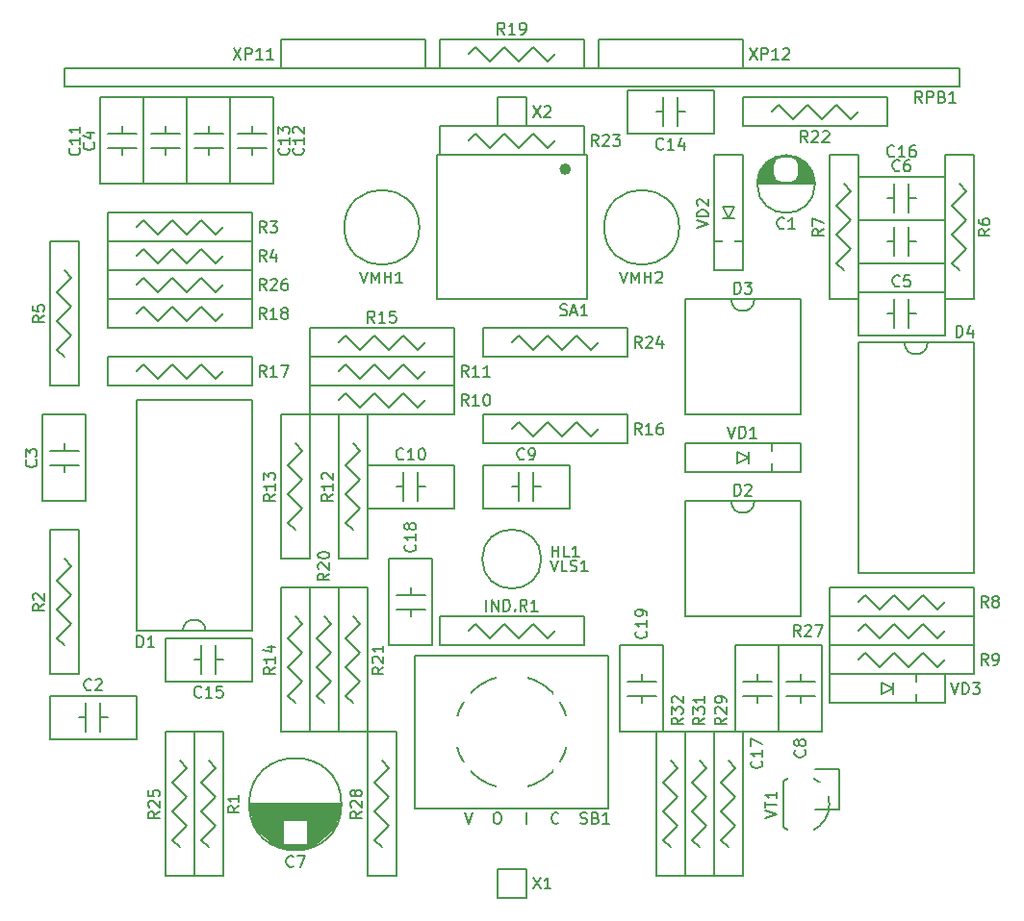
<source format=gbr>
G04 #@! TF.GenerationSoftware,KiCad,Pcbnew,5.1.6-c6e7f7d~87~ubuntu19.10.1*
G04 #@! TF.CreationDate,2022-07-30T16:29:43+06:00*
G04 #@! TF.ProjectId,crumbwave_multiplexer_r1a,6372756d-6277-4617-9665-5f6d756c7469,1A*
G04 #@! TF.SameCoordinates,Original*
G04 #@! TF.FileFunction,Legend,Top*
G04 #@! TF.FilePolarity,Positive*
%FSLAX46Y46*%
G04 Gerber Fmt 4.6, Leading zero omitted, Abs format (unit mm)*
G04 Created by KiCad (PCBNEW 5.1.6-c6e7f7d~87~ubuntu19.10.1) date 2022-07-30 16:29:43*
%MOMM*%
%LPD*%
G01*
G04 APERTURE LIST*
%ADD10C,0.200000*%
%ADD11C,0.500000*%
%ADD12C,2.100000*%
%ADD13R,2.100000X2.100000*%
%ADD14R,1.000000X3.110000*%
%ADD15R,3.110000X1.000000*%
%ADD16C,6.200000*%
%ADD17R,2.700000X2.700000*%
%ADD18R,1.600000X1.200000*%
%ADD19R,2.300000X2.300000*%
%ADD20C,2.300000*%
G04 APERTURE END LIST*
D10*
X109529523Y-197207142D02*
X109481904Y-197254761D01*
X109339047Y-197302380D01*
X109243809Y-197302380D01*
X109100952Y-197254761D01*
X109005714Y-197159523D01*
X108958095Y-197064285D01*
X108910476Y-196873809D01*
X108910476Y-196730952D01*
X108958095Y-196540476D01*
X109005714Y-196445238D01*
X109100952Y-196350000D01*
X109243809Y-196302380D01*
X109339047Y-196302380D01*
X109481904Y-196350000D01*
X109529523Y-196397619D01*
X106680000Y-197302380D02*
X106680000Y-196302380D01*
X104044761Y-196302380D02*
X104235238Y-196302380D01*
X104330476Y-196350000D01*
X104425714Y-196445238D01*
X104473333Y-196635714D01*
X104473333Y-196969047D01*
X104425714Y-197159523D01*
X104330476Y-197254761D01*
X104235238Y-197302380D01*
X104044761Y-197302380D01*
X103949523Y-197254761D01*
X103854285Y-197159523D01*
X103806666Y-196969047D01*
X103806666Y-196635714D01*
X103854285Y-196445238D01*
X103949523Y-196350000D01*
X104044761Y-196302380D01*
X101266666Y-196302380D02*
X101600000Y-197302380D01*
X101933333Y-196302380D01*
X124968000Y-144018000D02*
X123952000Y-144018000D01*
X123952000Y-143002000D02*
X124460000Y-144018000D01*
X124968000Y-143002000D02*
X124460000Y-144018000D01*
X124968000Y-143002000D02*
X123952000Y-143002000D01*
X125730000Y-148590000D02*
X123190000Y-148590000D01*
X125730000Y-138430000D02*
X123190000Y-138430000D01*
X123190000Y-138430000D02*
X123190000Y-148590000D01*
X125730000Y-138430000D02*
X125730000Y-148590000D01*
X125730000Y-146050000D02*
X123190000Y-146050000D01*
X138938000Y-184912000D02*
X138938000Y-185928000D01*
X137922000Y-185928000D02*
X138938000Y-185420000D01*
X137922000Y-184912000D02*
X138938000Y-185420000D01*
X137922000Y-184912000D02*
X137922000Y-185928000D01*
X143510000Y-184150000D02*
X143510000Y-186690000D01*
X133350000Y-184150000D02*
X133350000Y-186690000D01*
X133350000Y-186690000D02*
X143510000Y-186690000D01*
X133350000Y-184150000D02*
X143510000Y-184150000D01*
X140970000Y-184150000D02*
X140970000Y-186690000D01*
X126238000Y-164592000D02*
X126238000Y-165608000D01*
X125222000Y-165608000D02*
X126238000Y-165100000D01*
X125222000Y-164592000D02*
X126238000Y-165100000D01*
X125222000Y-164592000D02*
X125222000Y-165608000D01*
X130810000Y-163830000D02*
X130810000Y-166370000D01*
X120650000Y-163830000D02*
X120650000Y-166370000D01*
X120650000Y-166370000D02*
X130810000Y-166370000D01*
X120650000Y-163830000D02*
X130810000Y-163830000D01*
X128270000Y-163830000D02*
X128270000Y-166370000D01*
X66040000Y-130810000D02*
X66040000Y-132410000D01*
X144780000Y-130810000D02*
X144780000Y-132410000D01*
X85090000Y-128270000D02*
X85090000Y-130810000D01*
X97790000Y-128270000D02*
X97790000Y-130810000D01*
X85090000Y-128270000D02*
X97790000Y-128270000D01*
X113030000Y-128270000D02*
X125730000Y-128270000D01*
X66040000Y-130810000D02*
X144780000Y-130810000D01*
X66040000Y-132410000D02*
X144780000Y-132410000D01*
X113030000Y-128270000D02*
X113030000Y-130810000D01*
X125730000Y-128270000D02*
X125730000Y-130810000D01*
X97282000Y-144780000D02*
G75*
G03*
X97282000Y-144780000I-3302000J0D01*
G01*
X120142000Y-144780000D02*
G75*
G03*
X120142000Y-144780000I-3302000J0D01*
G01*
D11*
X110360000Y-139655000D02*
G75*
G03*
X110360000Y-139655000I-250000J0D01*
G01*
D10*
X112010000Y-151130000D02*
X98810000Y-151130000D01*
X112010000Y-138430000D02*
X98810000Y-138430000D01*
X98810000Y-138430000D02*
X98810000Y-151130000D01*
X112010000Y-138430000D02*
X112010000Y-151130000D01*
X113910000Y-182480000D02*
X113910000Y-195980000D01*
X96910000Y-182480000D02*
X96910000Y-195980000D01*
X96910000Y-195980000D02*
X113910000Y-195980000D01*
X96910000Y-182480000D02*
X113910000Y-182480000D01*
X110410000Y-189230000D02*
G75*
G03*
X110410000Y-189230000I-5000000J0D01*
G01*
X108585000Y-137795000D02*
X109220000Y-137160000D01*
X107315000Y-136525000D02*
X108585000Y-137795000D01*
X106045000Y-137795000D02*
X107315000Y-136525000D01*
X104775000Y-136525000D02*
X106045000Y-137795000D01*
X103505000Y-137795000D02*
X104775000Y-136525000D01*
X102235000Y-136525000D02*
X103505000Y-137795000D01*
X101600000Y-137160000D02*
X102235000Y-136525000D01*
X111760000Y-135890000D02*
X111760000Y-138430000D01*
X99060000Y-135890000D02*
X99060000Y-138430000D01*
X99060000Y-138430000D02*
X111760000Y-138430000D01*
X99060000Y-135890000D02*
X111760000Y-135890000D01*
X112395000Y-155575000D02*
X113030000Y-154940000D01*
X111125000Y-154305000D02*
X112395000Y-155575000D01*
X109855000Y-155575000D02*
X111125000Y-154305000D01*
X108585000Y-154305000D02*
X109855000Y-155575000D01*
X107315000Y-155575000D02*
X108585000Y-154305000D01*
X106045000Y-154305000D02*
X107315000Y-155575000D01*
X105410000Y-154940000D02*
X106045000Y-154305000D01*
X115570000Y-153670000D02*
X115570000Y-156210000D01*
X102870000Y-153670000D02*
X102870000Y-156210000D01*
X102870000Y-156210000D02*
X115570000Y-156210000D01*
X102870000Y-153670000D02*
X115570000Y-153670000D01*
X104140000Y-133350000D02*
X106680000Y-133350000D01*
X104140000Y-135890000D02*
X106680000Y-135890000D01*
X104140000Y-133350000D02*
X104140000Y-135890000D01*
X106680000Y-133350000D02*
X106680000Y-135890000D01*
X102235000Y-179705000D02*
X101600000Y-180340000D01*
X103505000Y-180975000D02*
X102235000Y-179705000D01*
X104775000Y-179705000D02*
X103505000Y-180975000D01*
X106045000Y-180975000D02*
X104775000Y-179705000D01*
X107315000Y-179705000D02*
X106045000Y-180975000D01*
X108585000Y-180975000D02*
X107315000Y-179705000D01*
X109220000Y-180340000D02*
X108585000Y-180975000D01*
X99060000Y-181610000D02*
X99060000Y-179070000D01*
X111760000Y-181610000D02*
X111760000Y-179070000D01*
X111760000Y-179070000D02*
X99060000Y-179070000D01*
X111760000Y-181610000D02*
X99060000Y-181610000D01*
X118110000Y-201930000D02*
X118110000Y-189230000D01*
X120650000Y-201930000D02*
X120650000Y-189230000D01*
X118110000Y-201930000D02*
X120650000Y-201930000D01*
X118110000Y-189230000D02*
X120650000Y-189230000D01*
X119380000Y-199390000D02*
X118745000Y-198755000D01*
X118745000Y-198755000D02*
X120015000Y-197485000D01*
X120015000Y-197485000D02*
X118745000Y-196215000D01*
X118745000Y-196215000D02*
X120015000Y-194945000D01*
X120015000Y-194945000D02*
X118745000Y-193675000D01*
X118745000Y-193675000D02*
X120015000Y-192405000D01*
X120015000Y-192405000D02*
X119380000Y-191770000D01*
X120650000Y-201930000D02*
X120650000Y-189230000D01*
X123190000Y-201930000D02*
X123190000Y-189230000D01*
X120650000Y-201930000D02*
X123190000Y-201930000D01*
X120650000Y-189230000D02*
X123190000Y-189230000D01*
X121920000Y-199390000D02*
X121285000Y-198755000D01*
X121285000Y-198755000D02*
X122555000Y-197485000D01*
X122555000Y-197485000D02*
X121285000Y-196215000D01*
X121285000Y-196215000D02*
X122555000Y-194945000D01*
X122555000Y-194945000D02*
X121285000Y-193675000D01*
X121285000Y-193675000D02*
X122555000Y-192405000D01*
X122555000Y-192405000D02*
X121920000Y-191770000D01*
X92710000Y-201930000D02*
X92710000Y-189230000D01*
X95250000Y-201930000D02*
X95250000Y-189230000D01*
X92710000Y-201930000D02*
X95250000Y-201930000D01*
X92710000Y-189230000D02*
X95250000Y-189230000D01*
X93980000Y-199390000D02*
X93345000Y-198755000D01*
X93345000Y-198755000D02*
X94615000Y-197485000D01*
X94615000Y-197485000D02*
X93345000Y-196215000D01*
X93345000Y-196215000D02*
X94615000Y-194945000D01*
X94615000Y-194945000D02*
X93345000Y-193675000D01*
X93345000Y-193675000D02*
X94615000Y-192405000D01*
X94615000Y-192405000D02*
X93980000Y-191770000D01*
X97790000Y-178435000D02*
X95250000Y-178435000D01*
X97790000Y-177165000D02*
X95250000Y-177165000D01*
X96520000Y-178435000D02*
X96520000Y-179070000D01*
X96520000Y-176530000D02*
X96520000Y-177165000D01*
X98425000Y-181610000D02*
X94615000Y-181610000D01*
X98425000Y-173990000D02*
X94615000Y-173990000D01*
X94615000Y-173990000D02*
X94615000Y-181610000D01*
X98425000Y-173990000D02*
X98425000Y-181610000D01*
X134239000Y-196088000D02*
X134239000Y-192532000D01*
X132080000Y-192532000D02*
X134239000Y-192532000D01*
X134239000Y-196088000D02*
X132080000Y-196088000D01*
X129285000Y-193548750D02*
X129285000Y-197611250D01*
X129285000Y-193548750D02*
G75*
G02*
X129285000Y-197611250I1525000J-2031250D01*
G01*
X146050000Y-184150000D02*
X133350000Y-184150000D01*
X146050000Y-181610000D02*
X133350000Y-181610000D01*
X146050000Y-184150000D02*
X146050000Y-181610000D01*
X133350000Y-184150000D02*
X133350000Y-181610000D01*
X143510000Y-182880000D02*
X142875000Y-183515000D01*
X142875000Y-183515000D02*
X141605000Y-182245000D01*
X141605000Y-182245000D02*
X140335000Y-183515000D01*
X140335000Y-183515000D02*
X139065000Y-182245000D01*
X139065000Y-182245000D02*
X137795000Y-183515000D01*
X137795000Y-183515000D02*
X136525000Y-182245000D01*
X136525000Y-182245000D02*
X135890000Y-182880000D01*
X133350000Y-176530000D02*
X146050000Y-176530000D01*
X133350000Y-179070000D02*
X146050000Y-179070000D01*
X133350000Y-176530000D02*
X133350000Y-179070000D01*
X146050000Y-176530000D02*
X146050000Y-179070000D01*
X135890000Y-177800000D02*
X136525000Y-177165000D01*
X136525000Y-177165000D02*
X137795000Y-178435000D01*
X137795000Y-178435000D02*
X139065000Y-177165000D01*
X139065000Y-177165000D02*
X140335000Y-178435000D01*
X140335000Y-178435000D02*
X141605000Y-177165000D01*
X141605000Y-177165000D02*
X142875000Y-178435000D01*
X142875000Y-178435000D02*
X143510000Y-177800000D01*
X132715000Y-181610000D02*
X132715000Y-189230000D01*
X128905000Y-181610000D02*
X128905000Y-189230000D01*
X132715000Y-181610000D02*
X128905000Y-181610000D01*
X132715000Y-189230000D02*
X128905000Y-189230000D01*
X130810000Y-184150000D02*
X130810000Y-184785000D01*
X130810000Y-186055000D02*
X130810000Y-186690000D01*
X132080000Y-184785000D02*
X129540000Y-184785000D01*
X132080000Y-186055000D02*
X129540000Y-186055000D01*
X125095000Y-192405000D02*
X124460000Y-191770000D01*
X123825000Y-193675000D02*
X125095000Y-192405000D01*
X125095000Y-194945000D02*
X123825000Y-193675000D01*
X123825000Y-196215000D02*
X125095000Y-194945000D01*
X125095000Y-197485000D02*
X123825000Y-196215000D01*
X123825000Y-198755000D02*
X125095000Y-197485000D01*
X124460000Y-199390000D02*
X123825000Y-198755000D01*
X123190000Y-189230000D02*
X125730000Y-189230000D01*
X123190000Y-201930000D02*
X125730000Y-201930000D01*
X125730000Y-201930000D02*
X125730000Y-189230000D01*
X123190000Y-201930000D02*
X123190000Y-189230000D01*
X86995000Y-179705000D02*
X86360000Y-179070000D01*
X85725000Y-180975000D02*
X86995000Y-179705000D01*
X86995000Y-182245000D02*
X85725000Y-180975000D01*
X85725000Y-183515000D02*
X86995000Y-182245000D01*
X86995000Y-184785000D02*
X85725000Y-183515000D01*
X85725000Y-186055000D02*
X86995000Y-184785000D01*
X86360000Y-186690000D02*
X85725000Y-186055000D01*
X85090000Y-176530000D02*
X87630000Y-176530000D01*
X85090000Y-189230000D02*
X87630000Y-189230000D01*
X87630000Y-189230000D02*
X87630000Y-176530000D01*
X85090000Y-189230000D02*
X85090000Y-176530000D01*
X92075000Y-164465000D02*
X91440000Y-163830000D01*
X90805000Y-165735000D02*
X92075000Y-164465000D01*
X92075000Y-167005000D02*
X90805000Y-165735000D01*
X90805000Y-168275000D02*
X92075000Y-167005000D01*
X92075000Y-169545000D02*
X90805000Y-168275000D01*
X90805000Y-170815000D02*
X92075000Y-169545000D01*
X91440000Y-171450000D02*
X90805000Y-170815000D01*
X90170000Y-161290000D02*
X92710000Y-161290000D01*
X90170000Y-173990000D02*
X92710000Y-173990000D01*
X92710000Y-173990000D02*
X92710000Y-161290000D01*
X90170000Y-173990000D02*
X90170000Y-161290000D01*
X95885000Y-168910000D02*
X95885000Y-166370000D01*
X97155000Y-168910000D02*
X97155000Y-166370000D01*
X95885000Y-167640000D02*
X95250000Y-167640000D01*
X97790000Y-167640000D02*
X97155000Y-167640000D01*
X92710000Y-169545000D02*
X92710000Y-165735000D01*
X100330000Y-169545000D02*
X100330000Y-165735000D01*
X100330000Y-165735000D02*
X92710000Y-165735000D01*
X100330000Y-169545000D02*
X92710000Y-169545000D01*
X107315000Y-166370000D02*
X107315000Y-168910000D01*
X106045000Y-166370000D02*
X106045000Y-168910000D01*
X107315000Y-167640000D02*
X107950000Y-167640000D01*
X105410000Y-167640000D02*
X106045000Y-167640000D01*
X110490000Y-165735000D02*
X110490000Y-169545000D01*
X102870000Y-165735000D02*
X102870000Y-169545000D01*
X102870000Y-169545000D02*
X110490000Y-169545000D01*
X102870000Y-165735000D02*
X110490000Y-165735000D01*
X106045000Y-161925000D02*
X105410000Y-162560000D01*
X107315000Y-163195000D02*
X106045000Y-161925000D01*
X108585000Y-161925000D02*
X107315000Y-163195000D01*
X109855000Y-163195000D02*
X108585000Y-161925000D01*
X111125000Y-161925000D02*
X109855000Y-163195000D01*
X112395000Y-163195000D02*
X111125000Y-161925000D01*
X113030000Y-162560000D02*
X112395000Y-163195000D01*
X102870000Y-163830000D02*
X102870000Y-161290000D01*
X115570000Y-163830000D02*
X115570000Y-161290000D01*
X115570000Y-161290000D02*
X102870000Y-161290000D01*
X115570000Y-163830000D02*
X102870000Y-163830000D01*
X90805000Y-154305000D02*
X90170000Y-154940000D01*
X92075000Y-155575000D02*
X90805000Y-154305000D01*
X93345000Y-154305000D02*
X92075000Y-155575000D01*
X94615000Y-155575000D02*
X93345000Y-154305000D01*
X95885000Y-154305000D02*
X94615000Y-155575000D01*
X97155000Y-155575000D02*
X95885000Y-154305000D01*
X97790000Y-154940000D02*
X97155000Y-155575000D01*
X87630000Y-156210000D02*
X87630000Y-153670000D01*
X100330000Y-156210000D02*
X100330000Y-153670000D01*
X100330000Y-153670000D02*
X87630000Y-153670000D01*
X100330000Y-156210000D02*
X87630000Y-156210000D01*
X86995000Y-164465000D02*
X86360000Y-163830000D01*
X85725000Y-165735000D02*
X86995000Y-164465000D01*
X86995000Y-167005000D02*
X85725000Y-165735000D01*
X85725000Y-168275000D02*
X86995000Y-167005000D01*
X86995000Y-169545000D02*
X85725000Y-168275000D01*
X85725000Y-170815000D02*
X86995000Y-169545000D01*
X86360000Y-171450000D02*
X85725000Y-170815000D01*
X85090000Y-161290000D02*
X87630000Y-161290000D01*
X85090000Y-173990000D02*
X87630000Y-173990000D01*
X87630000Y-173990000D02*
X87630000Y-161290000D01*
X85090000Y-173990000D02*
X85090000Y-161290000D01*
X82550000Y-180340000D02*
X82550000Y-160020000D01*
X82550000Y-160020000D02*
X72390000Y-160020000D01*
X82550000Y-180340000D02*
X72390000Y-180340000D01*
X72390000Y-180340000D02*
X72390000Y-160020000D01*
X78486000Y-180340000D02*
G75*
G03*
X76454000Y-180340000I-1016000J0D01*
G01*
X128905000Y-133985000D02*
X128270000Y-134620000D01*
X130175000Y-135255000D02*
X128905000Y-133985000D01*
X131445000Y-133985000D02*
X130175000Y-135255000D01*
X132715000Y-135255000D02*
X131445000Y-133985000D01*
X133985000Y-133985000D02*
X132715000Y-135255000D01*
X135255000Y-135255000D02*
X133985000Y-133985000D01*
X135890000Y-134620000D02*
X135255000Y-135255000D01*
X125730000Y-135890000D02*
X125730000Y-133350000D01*
X138430000Y-135890000D02*
X138430000Y-133350000D01*
X138430000Y-133350000D02*
X125730000Y-133350000D01*
X138430000Y-135890000D02*
X125730000Y-135890000D01*
X92075000Y-179705000D02*
X91440000Y-179070000D01*
X90805000Y-180975000D02*
X92075000Y-179705000D01*
X92075000Y-182245000D02*
X90805000Y-180975000D01*
X90805000Y-183515000D02*
X92075000Y-182245000D01*
X92075000Y-184785000D02*
X90805000Y-183515000D01*
X90805000Y-186055000D02*
X92075000Y-184785000D01*
X91440000Y-186690000D02*
X90805000Y-186055000D01*
X90170000Y-176530000D02*
X92710000Y-176530000D01*
X90170000Y-189230000D02*
X92710000Y-189230000D01*
X92710000Y-189230000D02*
X92710000Y-176530000D01*
X90170000Y-189230000D02*
X90170000Y-176530000D01*
X87630000Y-189230000D02*
X87630000Y-176530000D01*
X90170000Y-189230000D02*
X90170000Y-176530000D01*
X87630000Y-189230000D02*
X90170000Y-189230000D01*
X87630000Y-176530000D02*
X90170000Y-176530000D01*
X88900000Y-186690000D02*
X88265000Y-186055000D01*
X88265000Y-186055000D02*
X89535000Y-184785000D01*
X89535000Y-184785000D02*
X88265000Y-183515000D01*
X88265000Y-183515000D02*
X89535000Y-182245000D01*
X89535000Y-182245000D02*
X88265000Y-180975000D01*
X88265000Y-180975000D02*
X89535000Y-179705000D01*
X89535000Y-179705000D02*
X88900000Y-179070000D01*
X99060000Y-128270000D02*
X111760000Y-128270000D01*
X99060000Y-130810000D02*
X111760000Y-130810000D01*
X99060000Y-128270000D02*
X99060000Y-130810000D01*
X111760000Y-128270000D02*
X111760000Y-130810000D01*
X101600000Y-129540000D02*
X102235000Y-128905000D01*
X102235000Y-128905000D02*
X103505000Y-130175000D01*
X103505000Y-130175000D02*
X104775000Y-128905000D01*
X104775000Y-128905000D02*
X106045000Y-130175000D01*
X106045000Y-130175000D02*
X107315000Y-128905000D01*
X107315000Y-128905000D02*
X108585000Y-130175000D01*
X108585000Y-130175000D02*
X109220000Y-129540000D01*
X79375000Y-153035000D02*
X80010000Y-152400000D01*
X78105000Y-151765000D02*
X79375000Y-153035000D01*
X76835000Y-153035000D02*
X78105000Y-151765000D01*
X75565000Y-151765000D02*
X76835000Y-153035000D01*
X74295000Y-153035000D02*
X75565000Y-151765000D01*
X73025000Y-151765000D02*
X74295000Y-153035000D01*
X72390000Y-152400000D02*
X73025000Y-151765000D01*
X82550000Y-151130000D02*
X82550000Y-153670000D01*
X69850000Y-151130000D02*
X69850000Y-153670000D01*
X69850000Y-153670000D02*
X82550000Y-153670000D01*
X69850000Y-151130000D02*
X82550000Y-151130000D01*
X73025000Y-156845000D02*
X72390000Y-157480000D01*
X74295000Y-158115000D02*
X73025000Y-156845000D01*
X75565000Y-156845000D02*
X74295000Y-158115000D01*
X76835000Y-158115000D02*
X75565000Y-156845000D01*
X78105000Y-156845000D02*
X76835000Y-158115000D01*
X79375000Y-158115000D02*
X78105000Y-156845000D01*
X80010000Y-157480000D02*
X79375000Y-158115000D01*
X69850000Y-158750000D02*
X69850000Y-156210000D01*
X82550000Y-158750000D02*
X82550000Y-156210000D01*
X82550000Y-156210000D02*
X69850000Y-156210000D01*
X82550000Y-158750000D02*
X69850000Y-158750000D01*
X140335000Y-140970000D02*
X140335000Y-143510000D01*
X139065000Y-140970000D02*
X139065000Y-143510000D01*
X140335000Y-142240000D02*
X140970000Y-142240000D01*
X138430000Y-142240000D02*
X139065000Y-142240000D01*
X143510000Y-140335000D02*
X143510000Y-144145000D01*
X135890000Y-140335000D02*
X135890000Y-144145000D01*
X135890000Y-144145000D02*
X143510000Y-144145000D01*
X135890000Y-140335000D02*
X143510000Y-140335000D01*
X78105000Y-184150000D02*
X78105000Y-181610000D01*
X79375000Y-184150000D02*
X79375000Y-181610000D01*
X78105000Y-182880000D02*
X77470000Y-182880000D01*
X80010000Y-182880000D02*
X79375000Y-182880000D01*
X74930000Y-184785000D02*
X74930000Y-180975000D01*
X82550000Y-184785000D02*
X82550000Y-180975000D01*
X82550000Y-180975000D02*
X74930000Y-180975000D01*
X82550000Y-184785000D02*
X74930000Y-184785000D01*
X120015000Y-133350000D02*
X120015000Y-135890000D01*
X118745000Y-133350000D02*
X118745000Y-135890000D01*
X120015000Y-134620000D02*
X120650000Y-134620000D01*
X118110000Y-134620000D02*
X118745000Y-134620000D01*
X123190000Y-132715000D02*
X123190000Y-136525000D01*
X115570000Y-132715000D02*
X115570000Y-136525000D01*
X115570000Y-136525000D02*
X123190000Y-136525000D01*
X115570000Y-132715000D02*
X123190000Y-132715000D01*
X80010000Y-137795000D02*
X77470000Y-137795000D01*
X80010000Y-136525000D02*
X77470000Y-136525000D01*
X78740000Y-137795000D02*
X78740000Y-138430000D01*
X78740000Y-135890000D02*
X78740000Y-136525000D01*
X80645000Y-140970000D02*
X76835000Y-140970000D01*
X80645000Y-133350000D02*
X76835000Y-133350000D01*
X76835000Y-133350000D02*
X76835000Y-140970000D01*
X80645000Y-133350000D02*
X80645000Y-140970000D01*
X81280000Y-136525000D02*
X83820000Y-136525000D01*
X81280000Y-137795000D02*
X83820000Y-137795000D01*
X82550000Y-136525000D02*
X82550000Y-135890000D01*
X82550000Y-138430000D02*
X82550000Y-137795000D01*
X80645000Y-133350000D02*
X84455000Y-133350000D01*
X80645000Y-140970000D02*
X84455000Y-140970000D01*
X84455000Y-140970000D02*
X84455000Y-133350000D01*
X80645000Y-140970000D02*
X80645000Y-133350000D01*
X69215000Y-140970000D02*
X69215000Y-133350000D01*
X73025000Y-140970000D02*
X73025000Y-133350000D01*
X69215000Y-140970000D02*
X73025000Y-140970000D01*
X69215000Y-133350000D02*
X73025000Y-133350000D01*
X71120000Y-138430000D02*
X71120000Y-137795000D01*
X71120000Y-136525000D02*
X71120000Y-135890000D01*
X69850000Y-137795000D02*
X72390000Y-137795000D01*
X69850000Y-136525000D02*
X72390000Y-136525000D01*
X77470000Y-201930000D02*
X77470000Y-189230000D01*
X80010000Y-201930000D02*
X80010000Y-189230000D01*
X77470000Y-201930000D02*
X80010000Y-201930000D01*
X77470000Y-189230000D02*
X80010000Y-189230000D01*
X78740000Y-199390000D02*
X78105000Y-198755000D01*
X78105000Y-198755000D02*
X79375000Y-197485000D01*
X79375000Y-197485000D02*
X78105000Y-196215000D01*
X78105000Y-196215000D02*
X79375000Y-194945000D01*
X79375000Y-194945000D02*
X78105000Y-193675000D01*
X78105000Y-193675000D02*
X79375000Y-192405000D01*
X79375000Y-192405000D02*
X78740000Y-191770000D01*
X74930000Y-201930000D02*
X74930000Y-189230000D01*
X77470000Y-201930000D02*
X77470000Y-189230000D01*
X74930000Y-201930000D02*
X77470000Y-201930000D01*
X74930000Y-189230000D02*
X77470000Y-189230000D01*
X76200000Y-199390000D02*
X75565000Y-198755000D01*
X75565000Y-198755000D02*
X76835000Y-197485000D01*
X76835000Y-197485000D02*
X75565000Y-196215000D01*
X75565000Y-196215000D02*
X76835000Y-194945000D01*
X76835000Y-194945000D02*
X75565000Y-193675000D01*
X75565000Y-193675000D02*
X76835000Y-192405000D01*
X76835000Y-192405000D02*
X76200000Y-191770000D01*
X114935000Y-189230000D02*
X114935000Y-181610000D01*
X118745000Y-189230000D02*
X118745000Y-181610000D01*
X114935000Y-189230000D02*
X118745000Y-189230000D01*
X114935000Y-181610000D02*
X118745000Y-181610000D01*
X116840000Y-186690000D02*
X116840000Y-186055000D01*
X116840000Y-184785000D02*
X116840000Y-184150000D01*
X115570000Y-186055000D02*
X118110000Y-186055000D01*
X115570000Y-184785000D02*
X118110000Y-184785000D01*
X69850000Y-148590000D02*
X82550000Y-148590000D01*
X69850000Y-151130000D02*
X82550000Y-151130000D01*
X69850000Y-148590000D02*
X69850000Y-151130000D01*
X82550000Y-148590000D02*
X82550000Y-151130000D01*
X72390000Y-149860000D02*
X73025000Y-149225000D01*
X73025000Y-149225000D02*
X74295000Y-150495000D01*
X74295000Y-150495000D02*
X75565000Y-149225000D01*
X75565000Y-149225000D02*
X76835000Y-150495000D01*
X76835000Y-150495000D02*
X78105000Y-149225000D01*
X78105000Y-149225000D02*
X79375000Y-150495000D01*
X79375000Y-150495000D02*
X80010000Y-149860000D01*
X64770000Y-158750000D02*
X64770000Y-146050000D01*
X67310000Y-158750000D02*
X67310000Y-146050000D01*
X64770000Y-158750000D02*
X67310000Y-158750000D01*
X64770000Y-146050000D02*
X67310000Y-146050000D01*
X66040000Y-156210000D02*
X65405000Y-155575000D01*
X65405000Y-155575000D02*
X66675000Y-154305000D01*
X66675000Y-154305000D02*
X65405000Y-153035000D01*
X65405000Y-153035000D02*
X66675000Y-151765000D01*
X66675000Y-151765000D02*
X65405000Y-150495000D01*
X65405000Y-150495000D02*
X66675000Y-149225000D01*
X66675000Y-149225000D02*
X66040000Y-148590000D01*
X82550000Y-148590000D02*
X69850000Y-148590000D01*
X82550000Y-146050000D02*
X69850000Y-146050000D01*
X82550000Y-148590000D02*
X82550000Y-146050000D01*
X69850000Y-148590000D02*
X69850000Y-146050000D01*
X80010000Y-147320000D02*
X79375000Y-147955000D01*
X79375000Y-147955000D02*
X78105000Y-146685000D01*
X78105000Y-146685000D02*
X76835000Y-147955000D01*
X76835000Y-147955000D02*
X75565000Y-146685000D01*
X75565000Y-146685000D02*
X74295000Y-147955000D01*
X74295000Y-147955000D02*
X73025000Y-146685000D01*
X73025000Y-146685000D02*
X72390000Y-147320000D01*
X82550000Y-146050000D02*
X69850000Y-146050000D01*
X82550000Y-143510000D02*
X69850000Y-143510000D01*
X82550000Y-146050000D02*
X82550000Y-143510000D01*
X69850000Y-146050000D02*
X69850000Y-143510000D01*
X80010000Y-144780000D02*
X79375000Y-145415000D01*
X79375000Y-145415000D02*
X78105000Y-144145000D01*
X78105000Y-144145000D02*
X76835000Y-145415000D01*
X76835000Y-145415000D02*
X75565000Y-144145000D01*
X75565000Y-144145000D02*
X74295000Y-145415000D01*
X74295000Y-145415000D02*
X73025000Y-144145000D01*
X73025000Y-144145000D02*
X72390000Y-144780000D01*
X64770000Y-184150000D02*
X64770000Y-171450000D01*
X67310000Y-184150000D02*
X67310000Y-171450000D01*
X64770000Y-184150000D02*
X67310000Y-184150000D01*
X64770000Y-171450000D02*
X67310000Y-171450000D01*
X66040000Y-181610000D02*
X65405000Y-180975000D01*
X65405000Y-180975000D02*
X66675000Y-179705000D01*
X66675000Y-179705000D02*
X65405000Y-178435000D01*
X65405000Y-178435000D02*
X66675000Y-177165000D01*
X66675000Y-177165000D02*
X65405000Y-175895000D01*
X65405000Y-175895000D02*
X66675000Y-174625000D01*
X66675000Y-174625000D02*
X66040000Y-173990000D01*
X128270000Y-186055000D02*
X125730000Y-186055000D01*
X128270000Y-184785000D02*
X125730000Y-184785000D01*
X127000000Y-186055000D02*
X127000000Y-186690000D01*
X127000000Y-184150000D02*
X127000000Y-184785000D01*
X128905000Y-189230000D02*
X125095000Y-189230000D01*
X128905000Y-181610000D02*
X125095000Y-181610000D01*
X125095000Y-181610000D02*
X125095000Y-189230000D01*
X128905000Y-181610000D02*
X128905000Y-189230000D01*
X73025000Y-140970000D02*
X73025000Y-133350000D01*
X76835000Y-140970000D02*
X76835000Y-133350000D01*
X73025000Y-140970000D02*
X76835000Y-140970000D01*
X73025000Y-133350000D02*
X76835000Y-133350000D01*
X74930000Y-138430000D02*
X74930000Y-137795000D01*
X74930000Y-136525000D02*
X74930000Y-135890000D01*
X73660000Y-137795000D02*
X76200000Y-137795000D01*
X73660000Y-136525000D02*
X76200000Y-136525000D01*
X64135000Y-168910000D02*
X64135000Y-161290000D01*
X67945000Y-168910000D02*
X67945000Y-161290000D01*
X64135000Y-168910000D02*
X67945000Y-168910000D01*
X64135000Y-161290000D02*
X67945000Y-161290000D01*
X66040000Y-166370000D02*
X66040000Y-165735000D01*
X66040000Y-164465000D02*
X66040000Y-163830000D01*
X64770000Y-165735000D02*
X67310000Y-165735000D01*
X64770000Y-164465000D02*
X67310000Y-164465000D01*
X64770000Y-186055000D02*
X72390000Y-186055000D01*
X64770000Y-189865000D02*
X72390000Y-189865000D01*
X64770000Y-186055000D02*
X64770000Y-189865000D01*
X72390000Y-186055000D02*
X72390000Y-189865000D01*
X67310000Y-187960000D02*
X67945000Y-187960000D01*
X69215000Y-187960000D02*
X69850000Y-187960000D01*
X67945000Y-186690000D02*
X67945000Y-189230000D01*
X69215000Y-186690000D02*
X69215000Y-189230000D01*
X146050000Y-181610000D02*
X133350000Y-181610000D01*
X146050000Y-179070000D02*
X133350000Y-179070000D01*
X146050000Y-181610000D02*
X146050000Y-179070000D01*
X133350000Y-181610000D02*
X133350000Y-179070000D01*
X143510000Y-180340000D02*
X142875000Y-180975000D01*
X142875000Y-180975000D02*
X141605000Y-179705000D01*
X141605000Y-179705000D02*
X140335000Y-180975000D01*
X140335000Y-180975000D02*
X139065000Y-179705000D01*
X139065000Y-179705000D02*
X137795000Y-180975000D01*
X137795000Y-180975000D02*
X136525000Y-179705000D01*
X136525000Y-179705000D02*
X135890000Y-180340000D01*
X90805000Y-156845000D02*
X90170000Y-157480000D01*
X92075000Y-158115000D02*
X90805000Y-156845000D01*
X93345000Y-156845000D02*
X92075000Y-158115000D01*
X94615000Y-158115000D02*
X93345000Y-156845000D01*
X95885000Y-156845000D02*
X94615000Y-158115000D01*
X97155000Y-158115000D02*
X95885000Y-156845000D01*
X97790000Y-157480000D02*
X97155000Y-158115000D01*
X87630000Y-158750000D02*
X87630000Y-156210000D01*
X100330000Y-158750000D02*
X100330000Y-156210000D01*
X100330000Y-156210000D02*
X87630000Y-156210000D01*
X100330000Y-158750000D02*
X87630000Y-158750000D01*
X100330000Y-161290000D02*
X87630000Y-161290000D01*
X100330000Y-158750000D02*
X87630000Y-158750000D01*
X100330000Y-161290000D02*
X100330000Y-158750000D01*
X87630000Y-161290000D02*
X87630000Y-158750000D01*
X97790000Y-160020000D02*
X97155000Y-160655000D01*
X97155000Y-160655000D02*
X95885000Y-159385000D01*
X95885000Y-159385000D02*
X94615000Y-160655000D01*
X94615000Y-160655000D02*
X93345000Y-159385000D01*
X93345000Y-159385000D02*
X92075000Y-160655000D01*
X92075000Y-160655000D02*
X90805000Y-159385000D01*
X90805000Y-159385000D02*
X90170000Y-160020000D01*
X135890000Y-138430000D02*
X135890000Y-151130000D01*
X133350000Y-138430000D02*
X133350000Y-151130000D01*
X135890000Y-138430000D02*
X133350000Y-138430000D01*
X135890000Y-151130000D02*
X133350000Y-151130000D01*
X134620000Y-140970000D02*
X135255000Y-141605000D01*
X135255000Y-141605000D02*
X133985000Y-142875000D01*
X133985000Y-142875000D02*
X135255000Y-144145000D01*
X135255000Y-144145000D02*
X133985000Y-145415000D01*
X133985000Y-145415000D02*
X135255000Y-146685000D01*
X135255000Y-146685000D02*
X133985000Y-147955000D01*
X133985000Y-147955000D02*
X134620000Y-148590000D01*
X144145000Y-147955000D02*
X144780000Y-148590000D01*
X145415000Y-146685000D02*
X144145000Y-147955000D01*
X144145000Y-145415000D02*
X145415000Y-146685000D01*
X145415000Y-144145000D02*
X144145000Y-145415000D01*
X144145000Y-142875000D02*
X145415000Y-144145000D01*
X145415000Y-141605000D02*
X144145000Y-142875000D01*
X144780000Y-140970000D02*
X145415000Y-141605000D01*
X146050000Y-151130000D02*
X143510000Y-151130000D01*
X146050000Y-138430000D02*
X143510000Y-138430000D01*
X143510000Y-138430000D02*
X143510000Y-151130000D01*
X146050000Y-138430000D02*
X146050000Y-151130000D01*
X130810000Y-151130000D02*
X130810000Y-161290000D01*
X120650000Y-151130000D02*
X130810000Y-151130000D01*
X120650000Y-161290000D02*
X130810000Y-161290000D01*
X120650000Y-151130000D02*
X120650000Y-161290000D01*
X124714000Y-151130000D02*
G75*
G03*
X126746000Y-151130000I1016000J0D01*
G01*
X130810000Y-168910000D02*
X130810000Y-179070000D01*
X120650000Y-168910000D02*
X130810000Y-168910000D01*
X120650000Y-179070000D02*
X130810000Y-179070000D01*
X120650000Y-168910000D02*
X120650000Y-179070000D01*
X124714000Y-168910000D02*
G75*
G03*
X126746000Y-168910000I1016000J0D01*
G01*
X143510000Y-147955000D02*
X135890000Y-147955000D01*
X143510000Y-144145000D02*
X135890000Y-144145000D01*
X143510000Y-147955000D02*
X143510000Y-144145000D01*
X135890000Y-147955000D02*
X135890000Y-144145000D01*
X140970000Y-146050000D02*
X140335000Y-146050000D01*
X139065000Y-146050000D02*
X138430000Y-146050000D01*
X140335000Y-147320000D02*
X140335000Y-144780000D01*
X139065000Y-147320000D02*
X139065000Y-144780000D01*
X135890000Y-150495000D02*
X143510000Y-150495000D01*
X135890000Y-154305000D02*
X143510000Y-154305000D01*
X135890000Y-150495000D02*
X135890000Y-154305000D01*
X143510000Y-150495000D02*
X143510000Y-154305000D01*
X138430000Y-152400000D02*
X139065000Y-152400000D01*
X140335000Y-152400000D02*
X140970000Y-152400000D01*
X139065000Y-151130000D02*
X139065000Y-153670000D01*
X140335000Y-151130000D02*
X140335000Y-153670000D01*
G36*
X90424000Y-195580000D02*
G01*
X89789000Y-197739000D01*
X88011000Y-199263000D01*
X86360000Y-199644000D01*
X84709000Y-199263000D01*
X82931000Y-197739000D01*
X82296000Y-195580000D01*
X90424000Y-195580000D01*
G37*
X90424000Y-195580000D02*
X89789000Y-197739000D01*
X88011000Y-199263000D01*
X86360000Y-199644000D01*
X84709000Y-199263000D01*
X82931000Y-197739000D01*
X82296000Y-195580000D01*
X90424000Y-195580000D01*
X90424000Y-195580000D02*
G75*
G03*
X90424000Y-195580000I-4064000J0D01*
G01*
G36*
X127000000Y-140970000D02*
G01*
X127127000Y-140208000D01*
X127889000Y-139065000D01*
X129540000Y-138430000D01*
X131191000Y-139065000D01*
X131953000Y-140208000D01*
X132080000Y-140970000D01*
X127000000Y-140970000D01*
G37*
X127000000Y-140970000D02*
X127127000Y-140208000D01*
X127889000Y-139065000D01*
X129540000Y-138430000D01*
X131191000Y-139065000D01*
X131953000Y-140208000D01*
X132080000Y-140970000D01*
X127000000Y-140970000D01*
X132080000Y-140970000D02*
G75*
G03*
X132080000Y-140970000I-2540000J0D01*
G01*
X135890000Y-154940000D02*
X135890000Y-175260000D01*
X135890000Y-175260000D02*
X146050000Y-175260000D01*
X135890000Y-154940000D02*
X146050000Y-154940000D01*
X146050000Y-154940000D02*
X146050000Y-175260000D01*
X139954000Y-154940000D02*
G75*
G03*
X141986000Y-154940000I1016000J0D01*
G01*
X104140000Y-201295000D02*
X106680000Y-201295000D01*
X104140000Y-203835000D02*
X106680000Y-203835000D01*
X104140000Y-201295000D02*
X104140000Y-203835000D01*
X106680000Y-201295000D02*
X106680000Y-203835000D01*
X108010000Y-173990000D02*
G75*
G03*
X108010000Y-173990000I-2600000J0D01*
G01*
X121689880Y-144819523D02*
X122689880Y-144486190D01*
X121689880Y-144152857D01*
X122689880Y-143819523D02*
X121689880Y-143819523D01*
X121689880Y-143581428D01*
X121737500Y-143438571D01*
X121832738Y-143343333D01*
X121927976Y-143295714D01*
X122118452Y-143248095D01*
X122261309Y-143248095D01*
X122451785Y-143295714D01*
X122547023Y-143343333D01*
X122642261Y-143438571D01*
X122689880Y-143581428D01*
X122689880Y-143819523D01*
X121785119Y-142867142D02*
X121737500Y-142819523D01*
X121689880Y-142724285D01*
X121689880Y-142486190D01*
X121737500Y-142390952D01*
X121785119Y-142343333D01*
X121880357Y-142295714D01*
X121975595Y-142295714D01*
X122118452Y-142343333D01*
X122689880Y-142914761D01*
X122689880Y-142295714D01*
X144052738Y-184872380D02*
X144386071Y-185872380D01*
X144719404Y-184872380D01*
X145052738Y-185872380D02*
X145052738Y-184872380D01*
X145290833Y-184872380D01*
X145433690Y-184920000D01*
X145528928Y-185015238D01*
X145576547Y-185110476D01*
X145624166Y-185300952D01*
X145624166Y-185443809D01*
X145576547Y-185634285D01*
X145528928Y-185729523D01*
X145433690Y-185824761D01*
X145290833Y-185872380D01*
X145052738Y-185872380D01*
X145957500Y-184872380D02*
X146576547Y-184872380D01*
X146243214Y-185253333D01*
X146386071Y-185253333D01*
X146481309Y-185300952D01*
X146528928Y-185348571D01*
X146576547Y-185443809D01*
X146576547Y-185681904D01*
X146528928Y-185777142D01*
X146481309Y-185824761D01*
X146386071Y-185872380D01*
X146100357Y-185872380D01*
X146005119Y-185824761D01*
X145957500Y-185777142D01*
X124420476Y-162329880D02*
X124753809Y-163329880D01*
X125087142Y-162329880D01*
X125420476Y-163329880D02*
X125420476Y-162329880D01*
X125658571Y-162329880D01*
X125801428Y-162377500D01*
X125896666Y-162472738D01*
X125944285Y-162567976D01*
X125991904Y-162758452D01*
X125991904Y-162901309D01*
X125944285Y-163091785D01*
X125896666Y-163187023D01*
X125801428Y-163282261D01*
X125658571Y-163329880D01*
X125420476Y-163329880D01*
X126944285Y-163329880D02*
X126372857Y-163329880D01*
X126658571Y-163329880D02*
X126658571Y-162329880D01*
X126563333Y-162472738D01*
X126468095Y-162567976D01*
X126372857Y-162615595D01*
X141507142Y-133802380D02*
X141173809Y-133326190D01*
X140935714Y-133802380D02*
X140935714Y-132802380D01*
X141316666Y-132802380D01*
X141411904Y-132850000D01*
X141459523Y-132897619D01*
X141507142Y-132992857D01*
X141507142Y-133135714D01*
X141459523Y-133230952D01*
X141411904Y-133278571D01*
X141316666Y-133326190D01*
X140935714Y-133326190D01*
X141935714Y-133802380D02*
X141935714Y-132802380D01*
X142316666Y-132802380D01*
X142411904Y-132850000D01*
X142459523Y-132897619D01*
X142507142Y-132992857D01*
X142507142Y-133135714D01*
X142459523Y-133230952D01*
X142411904Y-133278571D01*
X142316666Y-133326190D01*
X141935714Y-133326190D01*
X143269047Y-133278571D02*
X143411904Y-133326190D01*
X143459523Y-133373809D01*
X143507142Y-133469047D01*
X143507142Y-133611904D01*
X143459523Y-133707142D01*
X143411904Y-133754761D01*
X143316666Y-133802380D01*
X142935714Y-133802380D01*
X142935714Y-132802380D01*
X143269047Y-132802380D01*
X143364285Y-132850000D01*
X143411904Y-132897619D01*
X143459523Y-132992857D01*
X143459523Y-133088095D01*
X143411904Y-133183333D01*
X143364285Y-133230952D01*
X143269047Y-133278571D01*
X142935714Y-133278571D01*
X144459523Y-133802380D02*
X143888095Y-133802380D01*
X144173809Y-133802380D02*
X144173809Y-132802380D01*
X144078571Y-132945238D01*
X143983333Y-133040476D01*
X143888095Y-133088095D01*
X80928214Y-128992380D02*
X81594880Y-129992380D01*
X81594880Y-128992380D02*
X80928214Y-129992380D01*
X81975833Y-129992380D02*
X81975833Y-128992380D01*
X82356785Y-128992380D01*
X82452023Y-129040000D01*
X82499642Y-129087619D01*
X82547261Y-129182857D01*
X82547261Y-129325714D01*
X82499642Y-129420952D01*
X82452023Y-129468571D01*
X82356785Y-129516190D01*
X81975833Y-129516190D01*
X83499642Y-129992380D02*
X82928214Y-129992380D01*
X83213928Y-129992380D02*
X83213928Y-128992380D01*
X83118690Y-129135238D01*
X83023452Y-129230476D01*
X82928214Y-129278095D01*
X84452023Y-129992380D02*
X83880595Y-129992380D01*
X84166309Y-129992380D02*
X84166309Y-128992380D01*
X84071071Y-129135238D01*
X83975833Y-129230476D01*
X83880595Y-129278095D01*
X126320357Y-128992380D02*
X126987023Y-129992380D01*
X126987023Y-128992380D02*
X126320357Y-129992380D01*
X127367976Y-129992380D02*
X127367976Y-128992380D01*
X127748928Y-128992380D01*
X127844166Y-129040000D01*
X127891785Y-129087619D01*
X127939404Y-129182857D01*
X127939404Y-129325714D01*
X127891785Y-129420952D01*
X127844166Y-129468571D01*
X127748928Y-129516190D01*
X127367976Y-129516190D01*
X128891785Y-129992380D02*
X128320357Y-129992380D01*
X128606071Y-129992380D02*
X128606071Y-128992380D01*
X128510833Y-129135238D01*
X128415595Y-129230476D01*
X128320357Y-129278095D01*
X129272738Y-129087619D02*
X129320357Y-129040000D01*
X129415595Y-128992380D01*
X129653690Y-128992380D01*
X129748928Y-129040000D01*
X129796547Y-129087619D01*
X129844166Y-129182857D01*
X129844166Y-129278095D01*
X129796547Y-129420952D01*
X129225119Y-129992380D01*
X129844166Y-129992380D01*
X92075238Y-148677380D02*
X92408571Y-149677380D01*
X92741904Y-148677380D01*
X93075238Y-149677380D02*
X93075238Y-148677380D01*
X93408571Y-149391666D01*
X93741904Y-148677380D01*
X93741904Y-149677380D01*
X94218095Y-149677380D02*
X94218095Y-148677380D01*
X94218095Y-149153571D02*
X94789523Y-149153571D01*
X94789523Y-149677380D02*
X94789523Y-148677380D01*
X95789523Y-149677380D02*
X95218095Y-149677380D01*
X95503809Y-149677380D02*
X95503809Y-148677380D01*
X95408571Y-148820238D01*
X95313333Y-148915476D01*
X95218095Y-148963095D01*
X114935238Y-148677380D02*
X115268571Y-149677380D01*
X115601904Y-148677380D01*
X115935238Y-149677380D02*
X115935238Y-148677380D01*
X116268571Y-149391666D01*
X116601904Y-148677380D01*
X116601904Y-149677380D01*
X117078095Y-149677380D02*
X117078095Y-148677380D01*
X117078095Y-149153571D02*
X117649523Y-149153571D01*
X117649523Y-149677380D02*
X117649523Y-148677380D01*
X118078095Y-148772619D02*
X118125714Y-148725000D01*
X118220952Y-148677380D01*
X118459047Y-148677380D01*
X118554285Y-148725000D01*
X118601904Y-148772619D01*
X118649523Y-148867857D01*
X118649523Y-148963095D01*
X118601904Y-149105952D01*
X118030476Y-149677380D01*
X118649523Y-149677380D01*
X109693571Y-152487261D02*
X109836428Y-152534880D01*
X110074523Y-152534880D01*
X110169761Y-152487261D01*
X110217380Y-152439642D01*
X110265000Y-152344404D01*
X110265000Y-152249166D01*
X110217380Y-152153928D01*
X110169761Y-152106309D01*
X110074523Y-152058690D01*
X109884047Y-152011071D01*
X109788809Y-151963452D01*
X109741190Y-151915833D01*
X109693571Y-151820595D01*
X109693571Y-151725357D01*
X109741190Y-151630119D01*
X109788809Y-151582500D01*
X109884047Y-151534880D01*
X110122142Y-151534880D01*
X110265000Y-151582500D01*
X110645952Y-152249166D02*
X111122142Y-152249166D01*
X110550714Y-152534880D02*
X110884047Y-151534880D01*
X111217380Y-152534880D01*
X112074523Y-152534880D02*
X111503095Y-152534880D01*
X111788809Y-152534880D02*
X111788809Y-151534880D01*
X111693571Y-151677738D01*
X111598333Y-151772976D01*
X111503095Y-151820595D01*
X111455714Y-197254761D02*
X111598571Y-197302380D01*
X111836666Y-197302380D01*
X111931904Y-197254761D01*
X111979523Y-197207142D01*
X112027142Y-197111904D01*
X112027142Y-197016666D01*
X111979523Y-196921428D01*
X111931904Y-196873809D01*
X111836666Y-196826190D01*
X111646190Y-196778571D01*
X111550952Y-196730952D01*
X111503333Y-196683333D01*
X111455714Y-196588095D01*
X111455714Y-196492857D01*
X111503333Y-196397619D01*
X111550952Y-196350000D01*
X111646190Y-196302380D01*
X111884285Y-196302380D01*
X112027142Y-196350000D01*
X112789047Y-196778571D02*
X112931904Y-196826190D01*
X112979523Y-196873809D01*
X113027142Y-196969047D01*
X113027142Y-197111904D01*
X112979523Y-197207142D01*
X112931904Y-197254761D01*
X112836666Y-197302380D01*
X112455714Y-197302380D01*
X112455714Y-196302380D01*
X112789047Y-196302380D01*
X112884285Y-196350000D01*
X112931904Y-196397619D01*
X112979523Y-196492857D01*
X112979523Y-196588095D01*
X112931904Y-196683333D01*
X112884285Y-196730952D01*
X112789047Y-196778571D01*
X112455714Y-196778571D01*
X113979523Y-197302380D02*
X113408095Y-197302380D01*
X113693809Y-197302380D02*
X113693809Y-196302380D01*
X113598571Y-196445238D01*
X113503333Y-196540476D01*
X113408095Y-196588095D01*
X113017023Y-137612380D02*
X112683690Y-137136190D01*
X112445595Y-137612380D02*
X112445595Y-136612380D01*
X112826547Y-136612380D01*
X112921785Y-136660000D01*
X112969404Y-136707619D01*
X113017023Y-136802857D01*
X113017023Y-136945714D01*
X112969404Y-137040952D01*
X112921785Y-137088571D01*
X112826547Y-137136190D01*
X112445595Y-137136190D01*
X113397976Y-136707619D02*
X113445595Y-136660000D01*
X113540833Y-136612380D01*
X113778928Y-136612380D01*
X113874166Y-136660000D01*
X113921785Y-136707619D01*
X113969404Y-136802857D01*
X113969404Y-136898095D01*
X113921785Y-137040952D01*
X113350357Y-137612380D01*
X113969404Y-137612380D01*
X114302738Y-136612380D02*
X114921785Y-136612380D01*
X114588452Y-136993333D01*
X114731309Y-136993333D01*
X114826547Y-137040952D01*
X114874166Y-137088571D01*
X114921785Y-137183809D01*
X114921785Y-137421904D01*
X114874166Y-137517142D01*
X114826547Y-137564761D01*
X114731309Y-137612380D01*
X114445595Y-137612380D01*
X114350357Y-137564761D01*
X114302738Y-137517142D01*
X116827023Y-155392380D02*
X116493690Y-154916190D01*
X116255595Y-155392380D02*
X116255595Y-154392380D01*
X116636547Y-154392380D01*
X116731785Y-154440000D01*
X116779404Y-154487619D01*
X116827023Y-154582857D01*
X116827023Y-154725714D01*
X116779404Y-154820952D01*
X116731785Y-154868571D01*
X116636547Y-154916190D01*
X116255595Y-154916190D01*
X117207976Y-154487619D02*
X117255595Y-154440000D01*
X117350833Y-154392380D01*
X117588928Y-154392380D01*
X117684166Y-154440000D01*
X117731785Y-154487619D01*
X117779404Y-154582857D01*
X117779404Y-154678095D01*
X117731785Y-154820952D01*
X117160357Y-155392380D01*
X117779404Y-155392380D01*
X118636547Y-154725714D02*
X118636547Y-155392380D01*
X118398452Y-154344761D02*
X118160357Y-155059047D01*
X118779404Y-155059047D01*
X107270357Y-134072380D02*
X107937023Y-135072380D01*
X107937023Y-134072380D02*
X107270357Y-135072380D01*
X108270357Y-134167619D02*
X108317976Y-134120000D01*
X108413214Y-134072380D01*
X108651309Y-134072380D01*
X108746547Y-134120000D01*
X108794166Y-134167619D01*
X108841785Y-134262857D01*
X108841785Y-134358095D01*
X108794166Y-134500952D01*
X108222738Y-135072380D01*
X108841785Y-135072380D01*
X103171904Y-178569880D02*
X103171904Y-177569880D01*
X103648095Y-178569880D02*
X103648095Y-177569880D01*
X104219523Y-178569880D01*
X104219523Y-177569880D01*
X104695714Y-178569880D02*
X104695714Y-177569880D01*
X104933809Y-177569880D01*
X105076666Y-177617500D01*
X105171904Y-177712738D01*
X105219523Y-177807976D01*
X105267142Y-177998452D01*
X105267142Y-178141309D01*
X105219523Y-178331785D01*
X105171904Y-178427023D01*
X105076666Y-178522261D01*
X104933809Y-178569880D01*
X104695714Y-178569880D01*
X105695714Y-178474642D02*
X105743333Y-178522261D01*
X105695714Y-178569880D01*
X105648095Y-178522261D01*
X105695714Y-178474642D01*
X105695714Y-178569880D01*
X106743333Y-178569880D02*
X106410000Y-178093690D01*
X106171904Y-178569880D02*
X106171904Y-177569880D01*
X106552857Y-177569880D01*
X106648095Y-177617500D01*
X106695714Y-177665119D01*
X106743333Y-177760357D01*
X106743333Y-177903214D01*
X106695714Y-177998452D01*
X106648095Y-178046071D01*
X106552857Y-178093690D01*
X106171904Y-178093690D01*
X107695714Y-178569880D02*
X107124285Y-178569880D01*
X107410000Y-178569880D02*
X107410000Y-177569880D01*
X107314761Y-177712738D01*
X107219523Y-177807976D01*
X107124285Y-177855595D01*
X120467380Y-187972976D02*
X119991190Y-188306309D01*
X120467380Y-188544404D02*
X119467380Y-188544404D01*
X119467380Y-188163452D01*
X119515000Y-188068214D01*
X119562619Y-188020595D01*
X119657857Y-187972976D01*
X119800714Y-187972976D01*
X119895952Y-188020595D01*
X119943571Y-188068214D01*
X119991190Y-188163452D01*
X119991190Y-188544404D01*
X119467380Y-187639642D02*
X119467380Y-187020595D01*
X119848333Y-187353928D01*
X119848333Y-187211071D01*
X119895952Y-187115833D01*
X119943571Y-187068214D01*
X120038809Y-187020595D01*
X120276904Y-187020595D01*
X120372142Y-187068214D01*
X120419761Y-187115833D01*
X120467380Y-187211071D01*
X120467380Y-187496785D01*
X120419761Y-187592023D01*
X120372142Y-187639642D01*
X119562619Y-186639642D02*
X119515000Y-186592023D01*
X119467380Y-186496785D01*
X119467380Y-186258690D01*
X119515000Y-186163452D01*
X119562619Y-186115833D01*
X119657857Y-186068214D01*
X119753095Y-186068214D01*
X119895952Y-186115833D01*
X120467380Y-186687261D01*
X120467380Y-186068214D01*
X122372380Y-187972976D02*
X121896190Y-188306309D01*
X122372380Y-188544404D02*
X121372380Y-188544404D01*
X121372380Y-188163452D01*
X121420000Y-188068214D01*
X121467619Y-188020595D01*
X121562857Y-187972976D01*
X121705714Y-187972976D01*
X121800952Y-188020595D01*
X121848571Y-188068214D01*
X121896190Y-188163452D01*
X121896190Y-188544404D01*
X121372380Y-187639642D02*
X121372380Y-187020595D01*
X121753333Y-187353928D01*
X121753333Y-187211071D01*
X121800952Y-187115833D01*
X121848571Y-187068214D01*
X121943809Y-187020595D01*
X122181904Y-187020595D01*
X122277142Y-187068214D01*
X122324761Y-187115833D01*
X122372380Y-187211071D01*
X122372380Y-187496785D01*
X122324761Y-187592023D01*
X122277142Y-187639642D01*
X122372380Y-186068214D02*
X122372380Y-186639642D01*
X122372380Y-186353928D02*
X121372380Y-186353928D01*
X121515238Y-186449166D01*
X121610476Y-186544404D01*
X121658095Y-186639642D01*
X92209880Y-196222857D02*
X91733690Y-196556190D01*
X92209880Y-196794285D02*
X91209880Y-196794285D01*
X91209880Y-196413333D01*
X91257500Y-196318095D01*
X91305119Y-196270476D01*
X91400357Y-196222857D01*
X91543214Y-196222857D01*
X91638452Y-196270476D01*
X91686071Y-196318095D01*
X91733690Y-196413333D01*
X91733690Y-196794285D01*
X91305119Y-195841904D02*
X91257500Y-195794285D01*
X91209880Y-195699047D01*
X91209880Y-195460952D01*
X91257500Y-195365714D01*
X91305119Y-195318095D01*
X91400357Y-195270476D01*
X91495595Y-195270476D01*
X91638452Y-195318095D01*
X92209880Y-195889523D01*
X92209880Y-195270476D01*
X91638452Y-194699047D02*
X91590833Y-194794285D01*
X91543214Y-194841904D01*
X91447976Y-194889523D01*
X91400357Y-194889523D01*
X91305119Y-194841904D01*
X91257500Y-194794285D01*
X91209880Y-194699047D01*
X91209880Y-194508571D01*
X91257500Y-194413333D01*
X91305119Y-194365714D01*
X91400357Y-194318095D01*
X91447976Y-194318095D01*
X91543214Y-194365714D01*
X91590833Y-194413333D01*
X91638452Y-194508571D01*
X91638452Y-194699047D01*
X91686071Y-194794285D01*
X91733690Y-194841904D01*
X91828928Y-194889523D01*
X92019404Y-194889523D01*
X92114642Y-194841904D01*
X92162261Y-194794285D01*
X92209880Y-194699047D01*
X92209880Y-194508571D01*
X92162261Y-194413333D01*
X92114642Y-194365714D01*
X92019404Y-194318095D01*
X91828928Y-194318095D01*
X91733690Y-194365714D01*
X91686071Y-194413333D01*
X91638452Y-194508571D01*
X96877142Y-172732976D02*
X96924761Y-172780595D01*
X96972380Y-172923452D01*
X96972380Y-173018690D01*
X96924761Y-173161547D01*
X96829523Y-173256785D01*
X96734285Y-173304404D01*
X96543809Y-173352023D01*
X96400952Y-173352023D01*
X96210476Y-173304404D01*
X96115238Y-173256785D01*
X96020000Y-173161547D01*
X95972380Y-173018690D01*
X95972380Y-172923452D01*
X96020000Y-172780595D01*
X96067619Y-172732976D01*
X96972380Y-171780595D02*
X96972380Y-172352023D01*
X96972380Y-172066309D02*
X95972380Y-172066309D01*
X96115238Y-172161547D01*
X96210476Y-172256785D01*
X96258095Y-172352023D01*
X96400952Y-171209166D02*
X96353333Y-171304404D01*
X96305714Y-171352023D01*
X96210476Y-171399642D01*
X96162857Y-171399642D01*
X96067619Y-171352023D01*
X96020000Y-171304404D01*
X95972380Y-171209166D01*
X95972380Y-171018690D01*
X96020000Y-170923452D01*
X96067619Y-170875833D01*
X96162857Y-170828214D01*
X96210476Y-170828214D01*
X96305714Y-170875833D01*
X96353333Y-170923452D01*
X96400952Y-171018690D01*
X96400952Y-171209166D01*
X96448571Y-171304404D01*
X96496190Y-171352023D01*
X96591428Y-171399642D01*
X96781904Y-171399642D01*
X96877142Y-171352023D01*
X96924761Y-171304404D01*
X96972380Y-171209166D01*
X96972380Y-171018690D01*
X96924761Y-170923452D01*
X96877142Y-170875833D01*
X96781904Y-170828214D01*
X96591428Y-170828214D01*
X96496190Y-170875833D01*
X96448571Y-170923452D01*
X96400952Y-171018690D01*
X127722380Y-196770476D02*
X128722380Y-196437142D01*
X127722380Y-196103809D01*
X127722380Y-195913333D02*
X127722380Y-195341904D01*
X128722380Y-195627619D02*
X127722380Y-195627619D01*
X128722380Y-194484761D02*
X128722380Y-195056190D01*
X128722380Y-194770476D02*
X127722380Y-194770476D01*
X127865238Y-194865714D01*
X127960476Y-194960952D01*
X128008095Y-195056190D01*
X147307023Y-183332380D02*
X146973690Y-182856190D01*
X146735595Y-183332380D02*
X146735595Y-182332380D01*
X147116547Y-182332380D01*
X147211785Y-182380000D01*
X147259404Y-182427619D01*
X147307023Y-182522857D01*
X147307023Y-182665714D01*
X147259404Y-182760952D01*
X147211785Y-182808571D01*
X147116547Y-182856190D01*
X146735595Y-182856190D01*
X147783214Y-183332380D02*
X147973690Y-183332380D01*
X148068928Y-183284761D01*
X148116547Y-183237142D01*
X148211785Y-183094285D01*
X148259404Y-182903809D01*
X148259404Y-182522857D01*
X148211785Y-182427619D01*
X148164166Y-182380000D01*
X148068928Y-182332380D01*
X147878452Y-182332380D01*
X147783214Y-182380000D01*
X147735595Y-182427619D01*
X147687976Y-182522857D01*
X147687976Y-182760952D01*
X147735595Y-182856190D01*
X147783214Y-182903809D01*
X147878452Y-182951428D01*
X148068928Y-182951428D01*
X148164166Y-182903809D01*
X148211785Y-182856190D01*
X148259404Y-182760952D01*
X147307023Y-178252380D02*
X146973690Y-177776190D01*
X146735595Y-178252380D02*
X146735595Y-177252380D01*
X147116547Y-177252380D01*
X147211785Y-177300000D01*
X147259404Y-177347619D01*
X147307023Y-177442857D01*
X147307023Y-177585714D01*
X147259404Y-177680952D01*
X147211785Y-177728571D01*
X147116547Y-177776190D01*
X146735595Y-177776190D01*
X147878452Y-177680952D02*
X147783214Y-177633333D01*
X147735595Y-177585714D01*
X147687976Y-177490476D01*
X147687976Y-177442857D01*
X147735595Y-177347619D01*
X147783214Y-177300000D01*
X147878452Y-177252380D01*
X148068928Y-177252380D01*
X148164166Y-177300000D01*
X148211785Y-177347619D01*
X148259404Y-177442857D01*
X148259404Y-177490476D01*
X148211785Y-177585714D01*
X148164166Y-177633333D01*
X148068928Y-177680952D01*
X147878452Y-177680952D01*
X147783214Y-177728571D01*
X147735595Y-177776190D01*
X147687976Y-177871428D01*
X147687976Y-178061904D01*
X147735595Y-178157142D01*
X147783214Y-178204761D01*
X147878452Y-178252380D01*
X148068928Y-178252380D01*
X148164166Y-178204761D01*
X148211785Y-178157142D01*
X148259404Y-178061904D01*
X148259404Y-177871428D01*
X148211785Y-177776190D01*
X148164166Y-177728571D01*
X148068928Y-177680952D01*
X131167142Y-190820357D02*
X131214761Y-190867976D01*
X131262380Y-191010833D01*
X131262380Y-191106071D01*
X131214761Y-191248928D01*
X131119523Y-191344166D01*
X131024285Y-191391785D01*
X130833809Y-191439404D01*
X130690952Y-191439404D01*
X130500476Y-191391785D01*
X130405238Y-191344166D01*
X130310000Y-191248928D01*
X130262380Y-191106071D01*
X130262380Y-191010833D01*
X130310000Y-190867976D01*
X130357619Y-190820357D01*
X130690952Y-190248928D02*
X130643333Y-190344166D01*
X130595714Y-190391785D01*
X130500476Y-190439404D01*
X130452857Y-190439404D01*
X130357619Y-190391785D01*
X130310000Y-190344166D01*
X130262380Y-190248928D01*
X130262380Y-190058452D01*
X130310000Y-189963214D01*
X130357619Y-189915595D01*
X130452857Y-189867976D01*
X130500476Y-189867976D01*
X130595714Y-189915595D01*
X130643333Y-189963214D01*
X130690952Y-190058452D01*
X130690952Y-190248928D01*
X130738571Y-190344166D01*
X130786190Y-190391785D01*
X130881428Y-190439404D01*
X131071904Y-190439404D01*
X131167142Y-190391785D01*
X131214761Y-190344166D01*
X131262380Y-190248928D01*
X131262380Y-190058452D01*
X131214761Y-189963214D01*
X131167142Y-189915595D01*
X131071904Y-189867976D01*
X130881428Y-189867976D01*
X130786190Y-189915595D01*
X130738571Y-189963214D01*
X130690952Y-190058452D01*
X124277380Y-187972976D02*
X123801190Y-188306309D01*
X124277380Y-188544404D02*
X123277380Y-188544404D01*
X123277380Y-188163452D01*
X123325000Y-188068214D01*
X123372619Y-188020595D01*
X123467857Y-187972976D01*
X123610714Y-187972976D01*
X123705952Y-188020595D01*
X123753571Y-188068214D01*
X123801190Y-188163452D01*
X123801190Y-188544404D01*
X123372619Y-187592023D02*
X123325000Y-187544404D01*
X123277380Y-187449166D01*
X123277380Y-187211071D01*
X123325000Y-187115833D01*
X123372619Y-187068214D01*
X123467857Y-187020595D01*
X123563095Y-187020595D01*
X123705952Y-187068214D01*
X124277380Y-187639642D01*
X124277380Y-187020595D01*
X124277380Y-186544404D02*
X124277380Y-186353928D01*
X124229761Y-186258690D01*
X124182142Y-186211071D01*
X124039285Y-186115833D01*
X123848809Y-186068214D01*
X123467857Y-186068214D01*
X123372619Y-186115833D01*
X123325000Y-186163452D01*
X123277380Y-186258690D01*
X123277380Y-186449166D01*
X123325000Y-186544404D01*
X123372619Y-186592023D01*
X123467857Y-186639642D01*
X123705952Y-186639642D01*
X123801190Y-186592023D01*
X123848809Y-186544404D01*
X123896428Y-186449166D01*
X123896428Y-186258690D01*
X123848809Y-186163452D01*
X123801190Y-186115833D01*
X123705952Y-186068214D01*
X84589880Y-183522857D02*
X84113690Y-183856190D01*
X84589880Y-184094285D02*
X83589880Y-184094285D01*
X83589880Y-183713333D01*
X83637500Y-183618095D01*
X83685119Y-183570476D01*
X83780357Y-183522857D01*
X83923214Y-183522857D01*
X84018452Y-183570476D01*
X84066071Y-183618095D01*
X84113690Y-183713333D01*
X84113690Y-184094285D01*
X84589880Y-182570476D02*
X84589880Y-183141904D01*
X84589880Y-182856190D02*
X83589880Y-182856190D01*
X83732738Y-182951428D01*
X83827976Y-183046666D01*
X83875595Y-183141904D01*
X83923214Y-181713333D02*
X84589880Y-181713333D01*
X83542261Y-181951428D02*
X84256547Y-182189523D01*
X84256547Y-181570476D01*
X89669880Y-168282857D02*
X89193690Y-168616190D01*
X89669880Y-168854285D02*
X88669880Y-168854285D01*
X88669880Y-168473333D01*
X88717500Y-168378095D01*
X88765119Y-168330476D01*
X88860357Y-168282857D01*
X89003214Y-168282857D01*
X89098452Y-168330476D01*
X89146071Y-168378095D01*
X89193690Y-168473333D01*
X89193690Y-168854285D01*
X89669880Y-167330476D02*
X89669880Y-167901904D01*
X89669880Y-167616190D02*
X88669880Y-167616190D01*
X88812738Y-167711428D01*
X88907976Y-167806666D01*
X88955595Y-167901904D01*
X88765119Y-166949523D02*
X88717500Y-166901904D01*
X88669880Y-166806666D01*
X88669880Y-166568571D01*
X88717500Y-166473333D01*
X88765119Y-166425714D01*
X88860357Y-166378095D01*
X88955595Y-166378095D01*
X89098452Y-166425714D01*
X89669880Y-166997142D01*
X89669880Y-166378095D01*
X95877142Y-165139642D02*
X95829523Y-165187261D01*
X95686666Y-165234880D01*
X95591428Y-165234880D01*
X95448571Y-165187261D01*
X95353333Y-165092023D01*
X95305714Y-164996785D01*
X95258095Y-164806309D01*
X95258095Y-164663452D01*
X95305714Y-164472976D01*
X95353333Y-164377738D01*
X95448571Y-164282500D01*
X95591428Y-164234880D01*
X95686666Y-164234880D01*
X95829523Y-164282500D01*
X95877142Y-164330119D01*
X96829523Y-165234880D02*
X96258095Y-165234880D01*
X96543809Y-165234880D02*
X96543809Y-164234880D01*
X96448571Y-164377738D01*
X96353333Y-164472976D01*
X96258095Y-164520595D01*
X97448571Y-164234880D02*
X97543809Y-164234880D01*
X97639047Y-164282500D01*
X97686666Y-164330119D01*
X97734285Y-164425357D01*
X97781904Y-164615833D01*
X97781904Y-164853928D01*
X97734285Y-165044404D01*
X97686666Y-165139642D01*
X97639047Y-165187261D01*
X97543809Y-165234880D01*
X97448571Y-165234880D01*
X97353333Y-165187261D01*
X97305714Y-165139642D01*
X97258095Y-165044404D01*
X97210476Y-164853928D01*
X97210476Y-164615833D01*
X97258095Y-164425357D01*
X97305714Y-164330119D01*
X97353333Y-164282500D01*
X97448571Y-164234880D01*
X106513333Y-165139642D02*
X106465714Y-165187261D01*
X106322857Y-165234880D01*
X106227619Y-165234880D01*
X106084761Y-165187261D01*
X105989523Y-165092023D01*
X105941904Y-164996785D01*
X105894285Y-164806309D01*
X105894285Y-164663452D01*
X105941904Y-164472976D01*
X105989523Y-164377738D01*
X106084761Y-164282500D01*
X106227619Y-164234880D01*
X106322857Y-164234880D01*
X106465714Y-164282500D01*
X106513333Y-164330119D01*
X106989523Y-165234880D02*
X107180000Y-165234880D01*
X107275238Y-165187261D01*
X107322857Y-165139642D01*
X107418095Y-164996785D01*
X107465714Y-164806309D01*
X107465714Y-164425357D01*
X107418095Y-164330119D01*
X107370476Y-164282500D01*
X107275238Y-164234880D01*
X107084761Y-164234880D01*
X106989523Y-164282500D01*
X106941904Y-164330119D01*
X106894285Y-164425357D01*
X106894285Y-164663452D01*
X106941904Y-164758690D01*
X106989523Y-164806309D01*
X107084761Y-164853928D01*
X107275238Y-164853928D01*
X107370476Y-164806309D01*
X107418095Y-164758690D01*
X107465714Y-164663452D01*
X116827023Y-163012380D02*
X116493690Y-162536190D01*
X116255595Y-163012380D02*
X116255595Y-162012380D01*
X116636547Y-162012380D01*
X116731785Y-162060000D01*
X116779404Y-162107619D01*
X116827023Y-162202857D01*
X116827023Y-162345714D01*
X116779404Y-162440952D01*
X116731785Y-162488571D01*
X116636547Y-162536190D01*
X116255595Y-162536190D01*
X117779404Y-163012380D02*
X117207976Y-163012380D01*
X117493690Y-163012380D02*
X117493690Y-162012380D01*
X117398452Y-162155238D01*
X117303214Y-162250476D01*
X117207976Y-162298095D01*
X118636547Y-162012380D02*
X118446071Y-162012380D01*
X118350833Y-162060000D01*
X118303214Y-162107619D01*
X118207976Y-162250476D01*
X118160357Y-162440952D01*
X118160357Y-162821904D01*
X118207976Y-162917142D01*
X118255595Y-162964761D01*
X118350833Y-163012380D01*
X118541309Y-163012380D01*
X118636547Y-162964761D01*
X118684166Y-162917142D01*
X118731785Y-162821904D01*
X118731785Y-162583809D01*
X118684166Y-162488571D01*
X118636547Y-162440952D01*
X118541309Y-162393333D01*
X118350833Y-162393333D01*
X118255595Y-162440952D01*
X118207976Y-162488571D01*
X118160357Y-162583809D01*
X93337142Y-153169880D02*
X93003809Y-152693690D01*
X92765714Y-153169880D02*
X92765714Y-152169880D01*
X93146666Y-152169880D01*
X93241904Y-152217500D01*
X93289523Y-152265119D01*
X93337142Y-152360357D01*
X93337142Y-152503214D01*
X93289523Y-152598452D01*
X93241904Y-152646071D01*
X93146666Y-152693690D01*
X92765714Y-152693690D01*
X94289523Y-153169880D02*
X93718095Y-153169880D01*
X94003809Y-153169880D02*
X94003809Y-152169880D01*
X93908571Y-152312738D01*
X93813333Y-152407976D01*
X93718095Y-152455595D01*
X95194285Y-152169880D02*
X94718095Y-152169880D01*
X94670476Y-152646071D01*
X94718095Y-152598452D01*
X94813333Y-152550833D01*
X95051428Y-152550833D01*
X95146666Y-152598452D01*
X95194285Y-152646071D01*
X95241904Y-152741309D01*
X95241904Y-152979404D01*
X95194285Y-153074642D01*
X95146666Y-153122261D01*
X95051428Y-153169880D01*
X94813333Y-153169880D01*
X94718095Y-153122261D01*
X94670476Y-153074642D01*
X84589880Y-168282857D02*
X84113690Y-168616190D01*
X84589880Y-168854285D02*
X83589880Y-168854285D01*
X83589880Y-168473333D01*
X83637500Y-168378095D01*
X83685119Y-168330476D01*
X83780357Y-168282857D01*
X83923214Y-168282857D01*
X84018452Y-168330476D01*
X84066071Y-168378095D01*
X84113690Y-168473333D01*
X84113690Y-168854285D01*
X84589880Y-167330476D02*
X84589880Y-167901904D01*
X84589880Y-167616190D02*
X83589880Y-167616190D01*
X83732738Y-167711428D01*
X83827976Y-167806666D01*
X83875595Y-167901904D01*
X83589880Y-166997142D02*
X83589880Y-166378095D01*
X83970833Y-166711428D01*
X83970833Y-166568571D01*
X84018452Y-166473333D01*
X84066071Y-166425714D01*
X84161309Y-166378095D01*
X84399404Y-166378095D01*
X84494642Y-166425714D01*
X84542261Y-166473333D01*
X84589880Y-166568571D01*
X84589880Y-166854285D01*
X84542261Y-166949523D01*
X84494642Y-166997142D01*
X72440595Y-181744880D02*
X72440595Y-180744880D01*
X72678690Y-180744880D01*
X72821547Y-180792500D01*
X72916785Y-180887738D01*
X72964404Y-180982976D01*
X73012023Y-181173452D01*
X73012023Y-181316309D01*
X72964404Y-181506785D01*
X72916785Y-181602023D01*
X72821547Y-181697261D01*
X72678690Y-181744880D01*
X72440595Y-181744880D01*
X73964404Y-181744880D02*
X73392976Y-181744880D01*
X73678690Y-181744880D02*
X73678690Y-180744880D01*
X73583452Y-180887738D01*
X73488214Y-180982976D01*
X73392976Y-181030595D01*
X131437142Y-137294880D02*
X131103809Y-136818690D01*
X130865714Y-137294880D02*
X130865714Y-136294880D01*
X131246666Y-136294880D01*
X131341904Y-136342500D01*
X131389523Y-136390119D01*
X131437142Y-136485357D01*
X131437142Y-136628214D01*
X131389523Y-136723452D01*
X131341904Y-136771071D01*
X131246666Y-136818690D01*
X130865714Y-136818690D01*
X131818095Y-136390119D02*
X131865714Y-136342500D01*
X131960952Y-136294880D01*
X132199047Y-136294880D01*
X132294285Y-136342500D01*
X132341904Y-136390119D01*
X132389523Y-136485357D01*
X132389523Y-136580595D01*
X132341904Y-136723452D01*
X131770476Y-137294880D01*
X132389523Y-137294880D01*
X132770476Y-136390119D02*
X132818095Y-136342500D01*
X132913333Y-136294880D01*
X133151428Y-136294880D01*
X133246666Y-136342500D01*
X133294285Y-136390119D01*
X133341904Y-136485357D01*
X133341904Y-136580595D01*
X133294285Y-136723452D01*
X132722857Y-137294880D01*
X133341904Y-137294880D01*
X94114880Y-183522857D02*
X93638690Y-183856190D01*
X94114880Y-184094285D02*
X93114880Y-184094285D01*
X93114880Y-183713333D01*
X93162500Y-183618095D01*
X93210119Y-183570476D01*
X93305357Y-183522857D01*
X93448214Y-183522857D01*
X93543452Y-183570476D01*
X93591071Y-183618095D01*
X93638690Y-183713333D01*
X93638690Y-184094285D01*
X93210119Y-183141904D02*
X93162500Y-183094285D01*
X93114880Y-182999047D01*
X93114880Y-182760952D01*
X93162500Y-182665714D01*
X93210119Y-182618095D01*
X93305357Y-182570476D01*
X93400595Y-182570476D01*
X93543452Y-182618095D01*
X94114880Y-183189523D01*
X94114880Y-182570476D01*
X94114880Y-181618095D02*
X94114880Y-182189523D01*
X94114880Y-181903809D02*
X93114880Y-181903809D01*
X93257738Y-181999047D01*
X93352976Y-182094285D01*
X93400595Y-182189523D01*
X89352380Y-175272976D02*
X88876190Y-175606309D01*
X89352380Y-175844404D02*
X88352380Y-175844404D01*
X88352380Y-175463452D01*
X88400000Y-175368214D01*
X88447619Y-175320595D01*
X88542857Y-175272976D01*
X88685714Y-175272976D01*
X88780952Y-175320595D01*
X88828571Y-175368214D01*
X88876190Y-175463452D01*
X88876190Y-175844404D01*
X88447619Y-174892023D02*
X88400000Y-174844404D01*
X88352380Y-174749166D01*
X88352380Y-174511071D01*
X88400000Y-174415833D01*
X88447619Y-174368214D01*
X88542857Y-174320595D01*
X88638095Y-174320595D01*
X88780952Y-174368214D01*
X89352380Y-174939642D01*
X89352380Y-174320595D01*
X88352380Y-173701547D02*
X88352380Y-173606309D01*
X88400000Y-173511071D01*
X88447619Y-173463452D01*
X88542857Y-173415833D01*
X88733333Y-173368214D01*
X88971428Y-173368214D01*
X89161904Y-173415833D01*
X89257142Y-173463452D01*
X89304761Y-173511071D01*
X89352380Y-173606309D01*
X89352380Y-173701547D01*
X89304761Y-173796785D01*
X89257142Y-173844404D01*
X89161904Y-173892023D01*
X88971428Y-173939642D01*
X88733333Y-173939642D01*
X88542857Y-173892023D01*
X88447619Y-173844404D01*
X88400000Y-173796785D01*
X88352380Y-173701547D01*
X104767142Y-127769880D02*
X104433809Y-127293690D01*
X104195714Y-127769880D02*
X104195714Y-126769880D01*
X104576666Y-126769880D01*
X104671904Y-126817500D01*
X104719523Y-126865119D01*
X104767142Y-126960357D01*
X104767142Y-127103214D01*
X104719523Y-127198452D01*
X104671904Y-127246071D01*
X104576666Y-127293690D01*
X104195714Y-127293690D01*
X105719523Y-127769880D02*
X105148095Y-127769880D01*
X105433809Y-127769880D02*
X105433809Y-126769880D01*
X105338571Y-126912738D01*
X105243333Y-127007976D01*
X105148095Y-127055595D01*
X106195714Y-127769880D02*
X106386190Y-127769880D01*
X106481428Y-127722261D01*
X106529047Y-127674642D01*
X106624285Y-127531785D01*
X106671904Y-127341309D01*
X106671904Y-126960357D01*
X106624285Y-126865119D01*
X106576666Y-126817500D01*
X106481428Y-126769880D01*
X106290952Y-126769880D01*
X106195714Y-126817500D01*
X106148095Y-126865119D01*
X106100476Y-126960357D01*
X106100476Y-127198452D01*
X106148095Y-127293690D01*
X106195714Y-127341309D01*
X106290952Y-127388928D01*
X106481428Y-127388928D01*
X106576666Y-127341309D01*
X106624285Y-127293690D01*
X106671904Y-127198452D01*
X83807023Y-152852380D02*
X83473690Y-152376190D01*
X83235595Y-152852380D02*
X83235595Y-151852380D01*
X83616547Y-151852380D01*
X83711785Y-151900000D01*
X83759404Y-151947619D01*
X83807023Y-152042857D01*
X83807023Y-152185714D01*
X83759404Y-152280952D01*
X83711785Y-152328571D01*
X83616547Y-152376190D01*
X83235595Y-152376190D01*
X84759404Y-152852380D02*
X84187976Y-152852380D01*
X84473690Y-152852380D02*
X84473690Y-151852380D01*
X84378452Y-151995238D01*
X84283214Y-152090476D01*
X84187976Y-152138095D01*
X85330833Y-152280952D02*
X85235595Y-152233333D01*
X85187976Y-152185714D01*
X85140357Y-152090476D01*
X85140357Y-152042857D01*
X85187976Y-151947619D01*
X85235595Y-151900000D01*
X85330833Y-151852380D01*
X85521309Y-151852380D01*
X85616547Y-151900000D01*
X85664166Y-151947619D01*
X85711785Y-152042857D01*
X85711785Y-152090476D01*
X85664166Y-152185714D01*
X85616547Y-152233333D01*
X85521309Y-152280952D01*
X85330833Y-152280952D01*
X85235595Y-152328571D01*
X85187976Y-152376190D01*
X85140357Y-152471428D01*
X85140357Y-152661904D01*
X85187976Y-152757142D01*
X85235595Y-152804761D01*
X85330833Y-152852380D01*
X85521309Y-152852380D01*
X85616547Y-152804761D01*
X85664166Y-152757142D01*
X85711785Y-152661904D01*
X85711785Y-152471428D01*
X85664166Y-152376190D01*
X85616547Y-152328571D01*
X85521309Y-152280952D01*
X83807023Y-157932380D02*
X83473690Y-157456190D01*
X83235595Y-157932380D02*
X83235595Y-156932380D01*
X83616547Y-156932380D01*
X83711785Y-156980000D01*
X83759404Y-157027619D01*
X83807023Y-157122857D01*
X83807023Y-157265714D01*
X83759404Y-157360952D01*
X83711785Y-157408571D01*
X83616547Y-157456190D01*
X83235595Y-157456190D01*
X84759404Y-157932380D02*
X84187976Y-157932380D01*
X84473690Y-157932380D02*
X84473690Y-156932380D01*
X84378452Y-157075238D01*
X84283214Y-157170476D01*
X84187976Y-157218095D01*
X85092738Y-156932380D02*
X85759404Y-156932380D01*
X85330833Y-157932380D01*
X139057142Y-138469642D02*
X139009523Y-138517261D01*
X138866666Y-138564880D01*
X138771428Y-138564880D01*
X138628571Y-138517261D01*
X138533333Y-138422023D01*
X138485714Y-138326785D01*
X138438095Y-138136309D01*
X138438095Y-137993452D01*
X138485714Y-137802976D01*
X138533333Y-137707738D01*
X138628571Y-137612500D01*
X138771428Y-137564880D01*
X138866666Y-137564880D01*
X139009523Y-137612500D01*
X139057142Y-137660119D01*
X140009523Y-138564880D02*
X139438095Y-138564880D01*
X139723809Y-138564880D02*
X139723809Y-137564880D01*
X139628571Y-137707738D01*
X139533333Y-137802976D01*
X139438095Y-137850595D01*
X140866666Y-137564880D02*
X140676190Y-137564880D01*
X140580952Y-137612500D01*
X140533333Y-137660119D01*
X140438095Y-137802976D01*
X140390476Y-137993452D01*
X140390476Y-138374404D01*
X140438095Y-138469642D01*
X140485714Y-138517261D01*
X140580952Y-138564880D01*
X140771428Y-138564880D01*
X140866666Y-138517261D01*
X140914285Y-138469642D01*
X140961904Y-138374404D01*
X140961904Y-138136309D01*
X140914285Y-138041071D01*
X140866666Y-137993452D01*
X140771428Y-137945833D01*
X140580952Y-137945833D01*
X140485714Y-137993452D01*
X140438095Y-138041071D01*
X140390476Y-138136309D01*
X78097142Y-186094642D02*
X78049523Y-186142261D01*
X77906666Y-186189880D01*
X77811428Y-186189880D01*
X77668571Y-186142261D01*
X77573333Y-186047023D01*
X77525714Y-185951785D01*
X77478095Y-185761309D01*
X77478095Y-185618452D01*
X77525714Y-185427976D01*
X77573333Y-185332738D01*
X77668571Y-185237500D01*
X77811428Y-185189880D01*
X77906666Y-185189880D01*
X78049523Y-185237500D01*
X78097142Y-185285119D01*
X79049523Y-186189880D02*
X78478095Y-186189880D01*
X78763809Y-186189880D02*
X78763809Y-185189880D01*
X78668571Y-185332738D01*
X78573333Y-185427976D01*
X78478095Y-185475595D01*
X79954285Y-185189880D02*
X79478095Y-185189880D01*
X79430476Y-185666071D01*
X79478095Y-185618452D01*
X79573333Y-185570833D01*
X79811428Y-185570833D01*
X79906666Y-185618452D01*
X79954285Y-185666071D01*
X80001904Y-185761309D01*
X80001904Y-185999404D01*
X79954285Y-186094642D01*
X79906666Y-186142261D01*
X79811428Y-186189880D01*
X79573333Y-186189880D01*
X79478095Y-186142261D01*
X79430476Y-186094642D01*
X118737142Y-137834642D02*
X118689523Y-137882261D01*
X118546666Y-137929880D01*
X118451428Y-137929880D01*
X118308571Y-137882261D01*
X118213333Y-137787023D01*
X118165714Y-137691785D01*
X118118095Y-137501309D01*
X118118095Y-137358452D01*
X118165714Y-137167976D01*
X118213333Y-137072738D01*
X118308571Y-136977500D01*
X118451428Y-136929880D01*
X118546666Y-136929880D01*
X118689523Y-136977500D01*
X118737142Y-137025119D01*
X119689523Y-137929880D02*
X119118095Y-137929880D01*
X119403809Y-137929880D02*
X119403809Y-136929880D01*
X119308571Y-137072738D01*
X119213333Y-137167976D01*
X119118095Y-137215595D01*
X120546666Y-137263214D02*
X120546666Y-137929880D01*
X120308571Y-136882261D02*
X120070476Y-137596547D01*
X120689523Y-137596547D01*
X85764642Y-137802857D02*
X85812261Y-137850476D01*
X85859880Y-137993333D01*
X85859880Y-138088571D01*
X85812261Y-138231428D01*
X85717023Y-138326666D01*
X85621785Y-138374285D01*
X85431309Y-138421904D01*
X85288452Y-138421904D01*
X85097976Y-138374285D01*
X85002738Y-138326666D01*
X84907500Y-138231428D01*
X84859880Y-138088571D01*
X84859880Y-137993333D01*
X84907500Y-137850476D01*
X84955119Y-137802857D01*
X85859880Y-136850476D02*
X85859880Y-137421904D01*
X85859880Y-137136190D02*
X84859880Y-137136190D01*
X85002738Y-137231428D01*
X85097976Y-137326666D01*
X85145595Y-137421904D01*
X84859880Y-136517142D02*
X84859880Y-135898095D01*
X85240833Y-136231428D01*
X85240833Y-136088571D01*
X85288452Y-135993333D01*
X85336071Y-135945714D01*
X85431309Y-135898095D01*
X85669404Y-135898095D01*
X85764642Y-135945714D01*
X85812261Y-135993333D01*
X85859880Y-136088571D01*
X85859880Y-136374285D01*
X85812261Y-136469523D01*
X85764642Y-136517142D01*
X87034642Y-137802857D02*
X87082261Y-137850476D01*
X87129880Y-137993333D01*
X87129880Y-138088571D01*
X87082261Y-138231428D01*
X86987023Y-138326666D01*
X86891785Y-138374285D01*
X86701309Y-138421904D01*
X86558452Y-138421904D01*
X86367976Y-138374285D01*
X86272738Y-138326666D01*
X86177500Y-138231428D01*
X86129880Y-138088571D01*
X86129880Y-137993333D01*
X86177500Y-137850476D01*
X86225119Y-137802857D01*
X87129880Y-136850476D02*
X87129880Y-137421904D01*
X87129880Y-137136190D02*
X86129880Y-137136190D01*
X86272738Y-137231428D01*
X86367976Y-137326666D01*
X86415595Y-137421904D01*
X86225119Y-136469523D02*
X86177500Y-136421904D01*
X86129880Y-136326666D01*
X86129880Y-136088571D01*
X86177500Y-135993333D01*
X86225119Y-135945714D01*
X86320357Y-135898095D01*
X86415595Y-135898095D01*
X86558452Y-135945714D01*
X87129880Y-136517142D01*
X87129880Y-135898095D01*
X67349642Y-137802857D02*
X67397261Y-137850476D01*
X67444880Y-137993333D01*
X67444880Y-138088571D01*
X67397261Y-138231428D01*
X67302023Y-138326666D01*
X67206785Y-138374285D01*
X67016309Y-138421904D01*
X66873452Y-138421904D01*
X66682976Y-138374285D01*
X66587738Y-138326666D01*
X66492500Y-138231428D01*
X66444880Y-138088571D01*
X66444880Y-137993333D01*
X66492500Y-137850476D01*
X66540119Y-137802857D01*
X67444880Y-136850476D02*
X67444880Y-137421904D01*
X67444880Y-137136190D02*
X66444880Y-137136190D01*
X66587738Y-137231428D01*
X66682976Y-137326666D01*
X66730595Y-137421904D01*
X67444880Y-135898095D02*
X67444880Y-136469523D01*
X67444880Y-136183809D02*
X66444880Y-136183809D01*
X66587738Y-136279047D01*
X66682976Y-136374285D01*
X66730595Y-136469523D01*
X81414880Y-195746666D02*
X80938690Y-196080000D01*
X81414880Y-196318095D02*
X80414880Y-196318095D01*
X80414880Y-195937142D01*
X80462500Y-195841904D01*
X80510119Y-195794285D01*
X80605357Y-195746666D01*
X80748214Y-195746666D01*
X80843452Y-195794285D01*
X80891071Y-195841904D01*
X80938690Y-195937142D01*
X80938690Y-196318095D01*
X81414880Y-194794285D02*
X81414880Y-195365714D01*
X81414880Y-195080000D02*
X80414880Y-195080000D01*
X80557738Y-195175238D01*
X80652976Y-195270476D01*
X80700595Y-195365714D01*
X74429880Y-196222857D02*
X73953690Y-196556190D01*
X74429880Y-196794285D02*
X73429880Y-196794285D01*
X73429880Y-196413333D01*
X73477500Y-196318095D01*
X73525119Y-196270476D01*
X73620357Y-196222857D01*
X73763214Y-196222857D01*
X73858452Y-196270476D01*
X73906071Y-196318095D01*
X73953690Y-196413333D01*
X73953690Y-196794285D01*
X73525119Y-195841904D02*
X73477500Y-195794285D01*
X73429880Y-195699047D01*
X73429880Y-195460952D01*
X73477500Y-195365714D01*
X73525119Y-195318095D01*
X73620357Y-195270476D01*
X73715595Y-195270476D01*
X73858452Y-195318095D01*
X74429880Y-195889523D01*
X74429880Y-195270476D01*
X73429880Y-194365714D02*
X73429880Y-194841904D01*
X73906071Y-194889523D01*
X73858452Y-194841904D01*
X73810833Y-194746666D01*
X73810833Y-194508571D01*
X73858452Y-194413333D01*
X73906071Y-194365714D01*
X74001309Y-194318095D01*
X74239404Y-194318095D01*
X74334642Y-194365714D01*
X74382261Y-194413333D01*
X74429880Y-194508571D01*
X74429880Y-194746666D01*
X74382261Y-194841904D01*
X74334642Y-194889523D01*
X117197142Y-180352976D02*
X117244761Y-180400595D01*
X117292380Y-180543452D01*
X117292380Y-180638690D01*
X117244761Y-180781547D01*
X117149523Y-180876785D01*
X117054285Y-180924404D01*
X116863809Y-180972023D01*
X116720952Y-180972023D01*
X116530476Y-180924404D01*
X116435238Y-180876785D01*
X116340000Y-180781547D01*
X116292380Y-180638690D01*
X116292380Y-180543452D01*
X116340000Y-180400595D01*
X116387619Y-180352976D01*
X117292380Y-179400595D02*
X117292380Y-179972023D01*
X117292380Y-179686309D02*
X116292380Y-179686309D01*
X116435238Y-179781547D01*
X116530476Y-179876785D01*
X116578095Y-179972023D01*
X117292380Y-178924404D02*
X117292380Y-178733928D01*
X117244761Y-178638690D01*
X117197142Y-178591071D01*
X117054285Y-178495833D01*
X116863809Y-178448214D01*
X116482857Y-178448214D01*
X116387619Y-178495833D01*
X116340000Y-178543452D01*
X116292380Y-178638690D01*
X116292380Y-178829166D01*
X116340000Y-178924404D01*
X116387619Y-178972023D01*
X116482857Y-179019642D01*
X116720952Y-179019642D01*
X116816190Y-178972023D01*
X116863809Y-178924404D01*
X116911428Y-178829166D01*
X116911428Y-178638690D01*
X116863809Y-178543452D01*
X116816190Y-178495833D01*
X116720952Y-178448214D01*
X83807023Y-150312380D02*
X83473690Y-149836190D01*
X83235595Y-150312380D02*
X83235595Y-149312380D01*
X83616547Y-149312380D01*
X83711785Y-149360000D01*
X83759404Y-149407619D01*
X83807023Y-149502857D01*
X83807023Y-149645714D01*
X83759404Y-149740952D01*
X83711785Y-149788571D01*
X83616547Y-149836190D01*
X83235595Y-149836190D01*
X84187976Y-149407619D02*
X84235595Y-149360000D01*
X84330833Y-149312380D01*
X84568928Y-149312380D01*
X84664166Y-149360000D01*
X84711785Y-149407619D01*
X84759404Y-149502857D01*
X84759404Y-149598095D01*
X84711785Y-149740952D01*
X84140357Y-150312380D01*
X84759404Y-150312380D01*
X85616547Y-149312380D02*
X85426071Y-149312380D01*
X85330833Y-149360000D01*
X85283214Y-149407619D01*
X85187976Y-149550476D01*
X85140357Y-149740952D01*
X85140357Y-150121904D01*
X85187976Y-150217142D01*
X85235595Y-150264761D01*
X85330833Y-150312380D01*
X85521309Y-150312380D01*
X85616547Y-150264761D01*
X85664166Y-150217142D01*
X85711785Y-150121904D01*
X85711785Y-149883809D01*
X85664166Y-149788571D01*
X85616547Y-149740952D01*
X85521309Y-149693333D01*
X85330833Y-149693333D01*
X85235595Y-149740952D01*
X85187976Y-149788571D01*
X85140357Y-149883809D01*
X64269880Y-152566666D02*
X63793690Y-152900000D01*
X64269880Y-153138095D02*
X63269880Y-153138095D01*
X63269880Y-152757142D01*
X63317500Y-152661904D01*
X63365119Y-152614285D01*
X63460357Y-152566666D01*
X63603214Y-152566666D01*
X63698452Y-152614285D01*
X63746071Y-152661904D01*
X63793690Y-152757142D01*
X63793690Y-153138095D01*
X63269880Y-151661904D02*
X63269880Y-152138095D01*
X63746071Y-152185714D01*
X63698452Y-152138095D01*
X63650833Y-152042857D01*
X63650833Y-151804761D01*
X63698452Y-151709523D01*
X63746071Y-151661904D01*
X63841309Y-151614285D01*
X64079404Y-151614285D01*
X64174642Y-151661904D01*
X64222261Y-151709523D01*
X64269880Y-151804761D01*
X64269880Y-152042857D01*
X64222261Y-152138095D01*
X64174642Y-152185714D01*
X83807023Y-147772380D02*
X83473690Y-147296190D01*
X83235595Y-147772380D02*
X83235595Y-146772380D01*
X83616547Y-146772380D01*
X83711785Y-146820000D01*
X83759404Y-146867619D01*
X83807023Y-146962857D01*
X83807023Y-147105714D01*
X83759404Y-147200952D01*
X83711785Y-147248571D01*
X83616547Y-147296190D01*
X83235595Y-147296190D01*
X84664166Y-147105714D02*
X84664166Y-147772380D01*
X84426071Y-146724761D02*
X84187976Y-147439047D01*
X84807023Y-147439047D01*
X83807023Y-145232380D02*
X83473690Y-144756190D01*
X83235595Y-145232380D02*
X83235595Y-144232380D01*
X83616547Y-144232380D01*
X83711785Y-144280000D01*
X83759404Y-144327619D01*
X83807023Y-144422857D01*
X83807023Y-144565714D01*
X83759404Y-144660952D01*
X83711785Y-144708571D01*
X83616547Y-144756190D01*
X83235595Y-144756190D01*
X84140357Y-144232380D02*
X84759404Y-144232380D01*
X84426071Y-144613333D01*
X84568928Y-144613333D01*
X84664166Y-144660952D01*
X84711785Y-144708571D01*
X84759404Y-144803809D01*
X84759404Y-145041904D01*
X84711785Y-145137142D01*
X84664166Y-145184761D01*
X84568928Y-145232380D01*
X84283214Y-145232380D01*
X84187976Y-145184761D01*
X84140357Y-145137142D01*
X64269880Y-177966666D02*
X63793690Y-178300000D01*
X64269880Y-178538095D02*
X63269880Y-178538095D01*
X63269880Y-178157142D01*
X63317500Y-178061904D01*
X63365119Y-178014285D01*
X63460357Y-177966666D01*
X63603214Y-177966666D01*
X63698452Y-178014285D01*
X63746071Y-178061904D01*
X63793690Y-178157142D01*
X63793690Y-178538095D01*
X63365119Y-177585714D02*
X63317500Y-177538095D01*
X63269880Y-177442857D01*
X63269880Y-177204761D01*
X63317500Y-177109523D01*
X63365119Y-177061904D01*
X63460357Y-177014285D01*
X63555595Y-177014285D01*
X63698452Y-177061904D01*
X64269880Y-177633333D01*
X64269880Y-177014285D01*
X127357142Y-191772738D02*
X127404761Y-191820357D01*
X127452380Y-191963214D01*
X127452380Y-192058452D01*
X127404761Y-192201309D01*
X127309523Y-192296547D01*
X127214285Y-192344166D01*
X127023809Y-192391785D01*
X126880952Y-192391785D01*
X126690476Y-192344166D01*
X126595238Y-192296547D01*
X126500000Y-192201309D01*
X126452380Y-192058452D01*
X126452380Y-191963214D01*
X126500000Y-191820357D01*
X126547619Y-191772738D01*
X127452380Y-190820357D02*
X127452380Y-191391785D01*
X127452380Y-191106071D02*
X126452380Y-191106071D01*
X126595238Y-191201309D01*
X126690476Y-191296547D01*
X126738095Y-191391785D01*
X126452380Y-190487023D02*
X126452380Y-189820357D01*
X127452380Y-190248928D01*
X68619642Y-137326666D02*
X68667261Y-137374285D01*
X68714880Y-137517142D01*
X68714880Y-137612380D01*
X68667261Y-137755238D01*
X68572023Y-137850476D01*
X68476785Y-137898095D01*
X68286309Y-137945714D01*
X68143452Y-137945714D01*
X67952976Y-137898095D01*
X67857738Y-137850476D01*
X67762500Y-137755238D01*
X67714880Y-137612380D01*
X67714880Y-137517142D01*
X67762500Y-137374285D01*
X67810119Y-137326666D01*
X68048214Y-136469523D02*
X68714880Y-136469523D01*
X67667261Y-136707619D02*
X68381547Y-136945714D01*
X68381547Y-136326666D01*
X63539642Y-165266666D02*
X63587261Y-165314285D01*
X63634880Y-165457142D01*
X63634880Y-165552380D01*
X63587261Y-165695238D01*
X63492023Y-165790476D01*
X63396785Y-165838095D01*
X63206309Y-165885714D01*
X63063452Y-165885714D01*
X62872976Y-165838095D01*
X62777738Y-165790476D01*
X62682500Y-165695238D01*
X62634880Y-165552380D01*
X62634880Y-165457142D01*
X62682500Y-165314285D01*
X62730119Y-165266666D01*
X62634880Y-164933333D02*
X62634880Y-164314285D01*
X63015833Y-164647619D01*
X63015833Y-164504761D01*
X63063452Y-164409523D01*
X63111071Y-164361904D01*
X63206309Y-164314285D01*
X63444404Y-164314285D01*
X63539642Y-164361904D01*
X63587261Y-164409523D01*
X63634880Y-164504761D01*
X63634880Y-164790476D01*
X63587261Y-164885714D01*
X63539642Y-164933333D01*
X68413333Y-185459642D02*
X68365714Y-185507261D01*
X68222857Y-185554880D01*
X68127619Y-185554880D01*
X67984761Y-185507261D01*
X67889523Y-185412023D01*
X67841904Y-185316785D01*
X67794285Y-185126309D01*
X67794285Y-184983452D01*
X67841904Y-184792976D01*
X67889523Y-184697738D01*
X67984761Y-184602500D01*
X68127619Y-184554880D01*
X68222857Y-184554880D01*
X68365714Y-184602500D01*
X68413333Y-184650119D01*
X68794285Y-184650119D02*
X68841904Y-184602500D01*
X68937142Y-184554880D01*
X69175238Y-184554880D01*
X69270476Y-184602500D01*
X69318095Y-184650119D01*
X69365714Y-184745357D01*
X69365714Y-184840595D01*
X69318095Y-184983452D01*
X68746666Y-185554880D01*
X69365714Y-185554880D01*
X130807261Y-180792380D02*
X130473928Y-180316190D01*
X130235833Y-180792380D02*
X130235833Y-179792380D01*
X130616785Y-179792380D01*
X130712023Y-179840000D01*
X130759642Y-179887619D01*
X130807261Y-179982857D01*
X130807261Y-180125714D01*
X130759642Y-180220952D01*
X130712023Y-180268571D01*
X130616785Y-180316190D01*
X130235833Y-180316190D01*
X131188214Y-179887619D02*
X131235833Y-179840000D01*
X131331071Y-179792380D01*
X131569166Y-179792380D01*
X131664404Y-179840000D01*
X131712023Y-179887619D01*
X131759642Y-179982857D01*
X131759642Y-180078095D01*
X131712023Y-180220952D01*
X131140595Y-180792380D01*
X131759642Y-180792380D01*
X132092976Y-179792380D02*
X132759642Y-179792380D01*
X132331071Y-180792380D01*
X101587023Y-157932380D02*
X101253690Y-157456190D01*
X101015595Y-157932380D02*
X101015595Y-156932380D01*
X101396547Y-156932380D01*
X101491785Y-156980000D01*
X101539404Y-157027619D01*
X101587023Y-157122857D01*
X101587023Y-157265714D01*
X101539404Y-157360952D01*
X101491785Y-157408571D01*
X101396547Y-157456190D01*
X101015595Y-157456190D01*
X102539404Y-157932380D02*
X101967976Y-157932380D01*
X102253690Y-157932380D02*
X102253690Y-156932380D01*
X102158452Y-157075238D01*
X102063214Y-157170476D01*
X101967976Y-157218095D01*
X103491785Y-157932380D02*
X102920357Y-157932380D01*
X103206071Y-157932380D02*
X103206071Y-156932380D01*
X103110833Y-157075238D01*
X103015595Y-157170476D01*
X102920357Y-157218095D01*
X101587023Y-160472380D02*
X101253690Y-159996190D01*
X101015595Y-160472380D02*
X101015595Y-159472380D01*
X101396547Y-159472380D01*
X101491785Y-159520000D01*
X101539404Y-159567619D01*
X101587023Y-159662857D01*
X101587023Y-159805714D01*
X101539404Y-159900952D01*
X101491785Y-159948571D01*
X101396547Y-159996190D01*
X101015595Y-159996190D01*
X102539404Y-160472380D02*
X101967976Y-160472380D01*
X102253690Y-160472380D02*
X102253690Y-159472380D01*
X102158452Y-159615238D01*
X102063214Y-159710476D01*
X101967976Y-159758095D01*
X103158452Y-159472380D02*
X103253690Y-159472380D01*
X103348928Y-159520000D01*
X103396547Y-159567619D01*
X103444166Y-159662857D01*
X103491785Y-159853333D01*
X103491785Y-160091428D01*
X103444166Y-160281904D01*
X103396547Y-160377142D01*
X103348928Y-160424761D01*
X103253690Y-160472380D01*
X103158452Y-160472380D01*
X103063214Y-160424761D01*
X103015595Y-160377142D01*
X102967976Y-160281904D01*
X102920357Y-160091428D01*
X102920357Y-159853333D01*
X102967976Y-159662857D01*
X103015595Y-159567619D01*
X103063214Y-159520000D01*
X103158452Y-159472380D01*
X132849880Y-144946666D02*
X132373690Y-145280000D01*
X132849880Y-145518095D02*
X131849880Y-145518095D01*
X131849880Y-145137142D01*
X131897500Y-145041904D01*
X131945119Y-144994285D01*
X132040357Y-144946666D01*
X132183214Y-144946666D01*
X132278452Y-144994285D01*
X132326071Y-145041904D01*
X132373690Y-145137142D01*
X132373690Y-145518095D01*
X131849880Y-144613333D02*
X131849880Y-143946666D01*
X132849880Y-144375238D01*
X147454880Y-144946666D02*
X146978690Y-145280000D01*
X147454880Y-145518095D02*
X146454880Y-145518095D01*
X146454880Y-145137142D01*
X146502500Y-145041904D01*
X146550119Y-144994285D01*
X146645357Y-144946666D01*
X146788214Y-144946666D01*
X146883452Y-144994285D01*
X146931071Y-145041904D01*
X146978690Y-145137142D01*
X146978690Y-145518095D01*
X146454880Y-144089523D02*
X146454880Y-144280000D01*
X146502500Y-144375238D01*
X146550119Y-144422857D01*
X146692976Y-144518095D01*
X146883452Y-144565714D01*
X147264404Y-144565714D01*
X147359642Y-144518095D01*
X147407261Y-144470476D01*
X147454880Y-144375238D01*
X147454880Y-144184761D01*
X147407261Y-144089523D01*
X147359642Y-144041904D01*
X147264404Y-143994285D01*
X147026309Y-143994285D01*
X146931071Y-144041904D01*
X146883452Y-144089523D01*
X146835833Y-144184761D01*
X146835833Y-144375238D01*
X146883452Y-144470476D01*
X146931071Y-144518095D01*
X147026309Y-144565714D01*
X124991904Y-150629880D02*
X124991904Y-149629880D01*
X125230000Y-149629880D01*
X125372857Y-149677500D01*
X125468095Y-149772738D01*
X125515714Y-149867976D01*
X125563333Y-150058452D01*
X125563333Y-150201309D01*
X125515714Y-150391785D01*
X125468095Y-150487023D01*
X125372857Y-150582261D01*
X125230000Y-150629880D01*
X124991904Y-150629880D01*
X125896666Y-149629880D02*
X126515714Y-149629880D01*
X126182380Y-150010833D01*
X126325238Y-150010833D01*
X126420476Y-150058452D01*
X126468095Y-150106071D01*
X126515714Y-150201309D01*
X126515714Y-150439404D01*
X126468095Y-150534642D01*
X126420476Y-150582261D01*
X126325238Y-150629880D01*
X126039523Y-150629880D01*
X125944285Y-150582261D01*
X125896666Y-150534642D01*
X124991904Y-168409880D02*
X124991904Y-167409880D01*
X125230000Y-167409880D01*
X125372857Y-167457500D01*
X125468095Y-167552738D01*
X125515714Y-167647976D01*
X125563333Y-167838452D01*
X125563333Y-167981309D01*
X125515714Y-168171785D01*
X125468095Y-168267023D01*
X125372857Y-168362261D01*
X125230000Y-168409880D01*
X124991904Y-168409880D01*
X125944285Y-167505119D02*
X125991904Y-167457500D01*
X126087142Y-167409880D01*
X126325238Y-167409880D01*
X126420476Y-167457500D01*
X126468095Y-167505119D01*
X126515714Y-167600357D01*
X126515714Y-167695595D01*
X126468095Y-167838452D01*
X125896666Y-168409880D01*
X126515714Y-168409880D01*
X139533333Y-139739642D02*
X139485714Y-139787261D01*
X139342857Y-139834880D01*
X139247619Y-139834880D01*
X139104761Y-139787261D01*
X139009523Y-139692023D01*
X138961904Y-139596785D01*
X138914285Y-139406309D01*
X138914285Y-139263452D01*
X138961904Y-139072976D01*
X139009523Y-138977738D01*
X139104761Y-138882500D01*
X139247619Y-138834880D01*
X139342857Y-138834880D01*
X139485714Y-138882500D01*
X139533333Y-138930119D01*
X140390476Y-138834880D02*
X140200000Y-138834880D01*
X140104761Y-138882500D01*
X140057142Y-138930119D01*
X139961904Y-139072976D01*
X139914285Y-139263452D01*
X139914285Y-139644404D01*
X139961904Y-139739642D01*
X140009523Y-139787261D01*
X140104761Y-139834880D01*
X140295238Y-139834880D01*
X140390476Y-139787261D01*
X140438095Y-139739642D01*
X140485714Y-139644404D01*
X140485714Y-139406309D01*
X140438095Y-139311071D01*
X140390476Y-139263452D01*
X140295238Y-139215833D01*
X140104761Y-139215833D01*
X140009523Y-139263452D01*
X139961904Y-139311071D01*
X139914285Y-139406309D01*
X139533333Y-149899642D02*
X139485714Y-149947261D01*
X139342857Y-149994880D01*
X139247619Y-149994880D01*
X139104761Y-149947261D01*
X139009523Y-149852023D01*
X138961904Y-149756785D01*
X138914285Y-149566309D01*
X138914285Y-149423452D01*
X138961904Y-149232976D01*
X139009523Y-149137738D01*
X139104761Y-149042500D01*
X139247619Y-148994880D01*
X139342857Y-148994880D01*
X139485714Y-149042500D01*
X139533333Y-149090119D01*
X140438095Y-148994880D02*
X139961904Y-148994880D01*
X139914285Y-149471071D01*
X139961904Y-149423452D01*
X140057142Y-149375833D01*
X140295238Y-149375833D01*
X140390476Y-149423452D01*
X140438095Y-149471071D01*
X140485714Y-149566309D01*
X140485714Y-149804404D01*
X140438095Y-149899642D01*
X140390476Y-149947261D01*
X140295238Y-149994880D01*
X140057142Y-149994880D01*
X139961904Y-149947261D01*
X139914285Y-149899642D01*
X86193333Y-201017142D02*
X86145714Y-201064761D01*
X86002857Y-201112380D01*
X85907619Y-201112380D01*
X85764761Y-201064761D01*
X85669523Y-200969523D01*
X85621904Y-200874285D01*
X85574285Y-200683809D01*
X85574285Y-200540952D01*
X85621904Y-200350476D01*
X85669523Y-200255238D01*
X85764761Y-200160000D01*
X85907619Y-200112380D01*
X86002857Y-200112380D01*
X86145714Y-200160000D01*
X86193333Y-200207619D01*
X86526666Y-200112380D02*
X87193333Y-200112380D01*
X86764761Y-201112380D01*
X129373333Y-144819642D02*
X129325714Y-144867261D01*
X129182857Y-144914880D01*
X129087619Y-144914880D01*
X128944761Y-144867261D01*
X128849523Y-144772023D01*
X128801904Y-144676785D01*
X128754285Y-144486309D01*
X128754285Y-144343452D01*
X128801904Y-144152976D01*
X128849523Y-144057738D01*
X128944761Y-143962500D01*
X129087619Y-143914880D01*
X129182857Y-143914880D01*
X129325714Y-143962500D01*
X129373333Y-144010119D01*
X130325714Y-144914880D02*
X129754285Y-144914880D01*
X130040000Y-144914880D02*
X130040000Y-143914880D01*
X129944761Y-144057738D01*
X129849523Y-144152976D01*
X129754285Y-144200595D01*
X144523214Y-154439880D02*
X144523214Y-153439880D01*
X144761309Y-153439880D01*
X144904166Y-153487500D01*
X144999404Y-153582738D01*
X145047023Y-153677976D01*
X145094642Y-153868452D01*
X145094642Y-154011309D01*
X145047023Y-154201785D01*
X144999404Y-154297023D01*
X144904166Y-154392261D01*
X144761309Y-154439880D01*
X144523214Y-154439880D01*
X145951785Y-153773214D02*
X145951785Y-154439880D01*
X145713690Y-153392261D02*
X145475595Y-154106547D01*
X146094642Y-154106547D01*
X107270357Y-202017380D02*
X107937023Y-203017380D01*
X107937023Y-202017380D02*
X107270357Y-203017380D01*
X108841785Y-203017380D02*
X108270357Y-203017380D01*
X108556071Y-203017380D02*
X108556071Y-202017380D01*
X108460833Y-202160238D01*
X108365595Y-202255476D01*
X108270357Y-202303095D01*
X108953095Y-173807380D02*
X108953095Y-172807380D01*
X108953095Y-173283571D02*
X109524523Y-173283571D01*
X109524523Y-173807380D02*
X109524523Y-172807380D01*
X110476904Y-173807380D02*
X110000714Y-173807380D01*
X110000714Y-172807380D01*
X111334047Y-173807380D02*
X110762619Y-173807380D01*
X111048333Y-173807380D02*
X111048333Y-172807380D01*
X110953095Y-172950238D01*
X110857857Y-173045476D01*
X110762619Y-173093095D01*
X108810238Y-174077380D02*
X109143571Y-175077380D01*
X109476904Y-174077380D01*
X110286428Y-175077380D02*
X109810238Y-175077380D01*
X109810238Y-174077380D01*
X110572142Y-175029761D02*
X110715000Y-175077380D01*
X110953095Y-175077380D01*
X111048333Y-175029761D01*
X111095952Y-174982142D01*
X111143571Y-174886904D01*
X111143571Y-174791666D01*
X111095952Y-174696428D01*
X111048333Y-174648809D01*
X110953095Y-174601190D01*
X110762619Y-174553571D01*
X110667380Y-174505952D01*
X110619761Y-174458333D01*
X110572142Y-174363095D01*
X110572142Y-174267857D01*
X110619761Y-174172619D01*
X110667380Y-174125000D01*
X110762619Y-174077380D01*
X111000714Y-174077380D01*
X111143571Y-174125000D01*
X112095952Y-175077380D02*
X111524523Y-175077380D01*
X111810238Y-175077380D02*
X111810238Y-174077380D01*
X111715000Y-174220238D01*
X111619761Y-174315476D01*
X111524523Y-174363095D01*
%LPC*%
D12*
X124460000Y-139700000D03*
D13*
X124460000Y-147320000D03*
D14*
X124460000Y-145865000D03*
X124460000Y-141155000D03*
D12*
X134620000Y-185420000D03*
D13*
X142240000Y-185420000D03*
D15*
X140785000Y-185420000D03*
X136075000Y-185420000D03*
D12*
X121920000Y-165100000D03*
D13*
X129540000Y-165100000D03*
D15*
X128085000Y-165100000D03*
X123375000Y-165100000D03*
D13*
X114300000Y-129540000D03*
X116840000Y-129540000D03*
X119380000Y-129540000D03*
X121920000Y-129540000D03*
X124460000Y-129540000D03*
X96520000Y-129540000D03*
X88900000Y-129540000D03*
X91440000Y-129540000D03*
X86360000Y-129540000D03*
X93980000Y-129540000D03*
D16*
X93980000Y-144780000D03*
X116840000Y-144780000D03*
D17*
X105410000Y-147180000D03*
X110110000Y-147180000D03*
X100710000Y-147180000D03*
X110110000Y-142380000D03*
X105410000Y-142380000D03*
X100710000Y-142380000D03*
X110410000Y-189230000D03*
X110410000Y-193230000D03*
X110410000Y-185230000D03*
X105410000Y-189230000D03*
X105410000Y-193230000D03*
X105410000Y-185230000D03*
X100410000Y-185230000D03*
X100410000Y-189230000D03*
X100410000Y-193230000D03*
D13*
X100330000Y-137160000D03*
X110490000Y-137160000D03*
X104140000Y-154940000D03*
X114300000Y-154940000D03*
X105410000Y-134620000D03*
X110490000Y-180340000D03*
X100330000Y-180340000D03*
X119380000Y-200660000D03*
X119380000Y-190500000D03*
X121920000Y-200660000D03*
X121920000Y-190500000D03*
X93980000Y-200660000D03*
X93980000Y-190500000D03*
X96520000Y-180340000D03*
X96520000Y-175260000D03*
D18*
X133180000Y-194310000D03*
D19*
X130810000Y-198120000D03*
X130810000Y-195580000D03*
X130810000Y-193040000D03*
D13*
X144780000Y-182880000D03*
X134620000Y-182880000D03*
X134620000Y-177800000D03*
X144780000Y-177800000D03*
X130810000Y-182880000D03*
X130810000Y-187960000D03*
X124460000Y-200660000D03*
X124460000Y-190500000D03*
X86360000Y-187960000D03*
X86360000Y-177800000D03*
X91440000Y-172720000D03*
X91440000Y-162560000D03*
X99060000Y-167640000D03*
X93980000Y-167640000D03*
X104140000Y-167640000D03*
X109220000Y-167640000D03*
X114300000Y-162560000D03*
X104140000Y-162560000D03*
X99060000Y-154940000D03*
X88900000Y-154940000D03*
X86360000Y-172720000D03*
X86360000Y-162560000D03*
D12*
X81280000Y-177800000D03*
D13*
X81280000Y-175260000D03*
X81280000Y-172720000D03*
X81280000Y-170180000D03*
X73660000Y-170180000D03*
X73660000Y-172720000D03*
X73660000Y-175260000D03*
X73660000Y-177800000D03*
X81280000Y-167640000D03*
X81280000Y-162560000D03*
X81280000Y-165100000D03*
X73660000Y-165100000D03*
X73660000Y-167640000D03*
X73660000Y-162560000D03*
X137160000Y-134620000D03*
X127000000Y-134620000D03*
X91440000Y-187960000D03*
X91440000Y-177800000D03*
X88900000Y-177800000D03*
X88900000Y-187960000D03*
X110490000Y-129540000D03*
X100330000Y-129540000D03*
X71120000Y-152400000D03*
X81280000Y-152400000D03*
X81280000Y-157480000D03*
X71120000Y-157480000D03*
X137160000Y-142240000D03*
X142240000Y-142240000D03*
X81280000Y-182880000D03*
X76200000Y-182880000D03*
X116840000Y-134620000D03*
X121920000Y-134620000D03*
X78740000Y-134620000D03*
X78740000Y-139700000D03*
X82550000Y-139700000D03*
X82550000Y-134620000D03*
X71120000Y-134620000D03*
X71120000Y-139700000D03*
X78740000Y-200660000D03*
X78740000Y-190500000D03*
X76200000Y-200660000D03*
X76200000Y-190500000D03*
X116840000Y-187960000D03*
X116840000Y-182880000D03*
X71120000Y-149860000D03*
X81280000Y-149860000D03*
X66040000Y-157480000D03*
X66040000Y-147320000D03*
X81280000Y-147320000D03*
X71120000Y-147320000D03*
X81280000Y-144780000D03*
X71120000Y-144780000D03*
X66040000Y-182880000D03*
X66040000Y-172720000D03*
X127000000Y-187960000D03*
X127000000Y-182880000D03*
X74930000Y-139700000D03*
X74930000Y-134620000D03*
X66040000Y-167640000D03*
X66040000Y-162560000D03*
X66040000Y-187960000D03*
X71120000Y-187960000D03*
X144780000Y-180340000D03*
X134620000Y-180340000D03*
X88900000Y-157480000D03*
X99060000Y-157480000D03*
X99060000Y-160020000D03*
X88900000Y-160020000D03*
X134620000Y-139700000D03*
X134620000Y-149860000D03*
X144780000Y-149860000D03*
X144780000Y-139700000D03*
X129540000Y-152400000D03*
X129540000Y-154940000D03*
X129540000Y-157480000D03*
X129540000Y-160020000D03*
X121920000Y-160020000D03*
X121920000Y-157480000D03*
X121920000Y-154940000D03*
D12*
X121920000Y-152400000D03*
D13*
X129540000Y-170180000D03*
X129540000Y-172720000D03*
X129540000Y-175260000D03*
X129540000Y-177800000D03*
X121920000Y-177800000D03*
X121920000Y-175260000D03*
X121920000Y-172720000D03*
D12*
X121920000Y-170180000D03*
D13*
X142240000Y-146050000D03*
X137160000Y-146050000D03*
X137160000Y-152400000D03*
X142240000Y-152400000D03*
X86360000Y-198120000D03*
D12*
X86360000Y-193040000D03*
X129540000Y-142240000D03*
G36*
G01*
X129960000Y-140750000D02*
X129120000Y-140750000D01*
G75*
G02*
X128490000Y-140120000I0J630000D01*
G01*
X128490000Y-139280000D01*
G75*
G02*
X129120000Y-138650000I630000J0D01*
G01*
X129960000Y-138650000D01*
G75*
G02*
X130590000Y-139280000I0J-630000D01*
G01*
X130590000Y-140120000D01*
G75*
G02*
X129960000Y-140750000I-630000J0D01*
G01*
G37*
X137160000Y-157480000D03*
D13*
X137160000Y-160020000D03*
X137160000Y-162560000D03*
X137160000Y-165100000D03*
X144780000Y-165100000D03*
X144780000Y-162560000D03*
X144780000Y-160020000D03*
X144780000Y-157480000D03*
X137160000Y-167640000D03*
X137160000Y-172720000D03*
X137160000Y-170180000D03*
X144780000Y-170180000D03*
X144780000Y-167640000D03*
X144780000Y-172720000D03*
X109160000Y-198755000D03*
X106660000Y-198755000D03*
X104160000Y-198755000D03*
D12*
X101660000Y-198755000D03*
D13*
X105410000Y-202565000D03*
G36*
G01*
X105530000Y-174450000D02*
X105530000Y-173530000D01*
G75*
G02*
X106220000Y-172840000I690000J0D01*
G01*
X107140000Y-172840000D01*
G75*
G02*
X107830000Y-173530000I0J-690000D01*
G01*
X107830000Y-174450000D01*
G75*
G02*
X107140000Y-175140000I-690000J0D01*
G01*
X106220000Y-175140000D01*
G75*
G02*
X105530000Y-174450000I0J690000D01*
G01*
G37*
D20*
X104140000Y-173990000D03*
M02*

</source>
